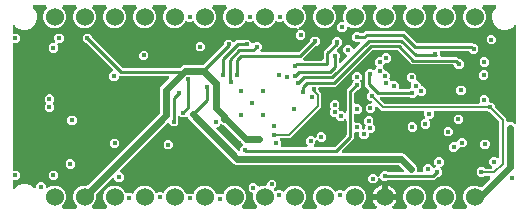
<source format=gbr>
G04 EAGLE Gerber RS-274X export*
G75*
%MOMM*%
%FSLAX34Y34*%
%LPD*%
%INCopper Layer 2*%
%IPPOS*%
%AMOC8*
5,1,8,0,0,1.08239X$1,22.5*%
G01*
%ADD10C,1.524000*%
%ADD11C,0.393200*%
%ADD12C,0.403200*%
%ADD13C,0.203200*%
%ADD14C,0.254000*%
%ADD15C,0.609600*%

G36*
X55506Y2594D02*
X55506Y2594D01*
X55535Y2592D01*
X55663Y2614D01*
X55792Y2631D01*
X55819Y2641D01*
X55848Y2646D01*
X55967Y2700D01*
X56088Y2748D01*
X56112Y2765D01*
X56138Y2777D01*
X56240Y2858D01*
X56345Y2934D01*
X56364Y2957D01*
X56387Y2976D01*
X56465Y3079D01*
X56548Y3179D01*
X56560Y3206D01*
X56578Y3230D01*
X56649Y3374D01*
X57064Y4377D01*
X57072Y4405D01*
X57085Y4431D01*
X57114Y4558D01*
X57148Y4683D01*
X57149Y4713D01*
X57155Y4742D01*
X57151Y4871D01*
X57153Y5001D01*
X57146Y5030D01*
X57145Y5060D01*
X57109Y5184D01*
X57079Y5311D01*
X57065Y5337D01*
X57057Y5365D01*
X56991Y5477D01*
X56930Y5592D01*
X56910Y5614D01*
X56896Y5639D01*
X56789Y5760D01*
X55317Y7232D01*
X53847Y10780D01*
X53847Y14620D01*
X55317Y18168D01*
X58032Y20883D01*
X61580Y22353D01*
X65442Y22353D01*
X65540Y22365D01*
X65639Y22368D01*
X65697Y22385D01*
X65757Y22393D01*
X65849Y22429D01*
X65944Y22457D01*
X65997Y22487D01*
X66053Y22510D01*
X66133Y22568D01*
X66218Y22618D01*
X66294Y22684D01*
X66310Y22696D01*
X66318Y22706D01*
X66339Y22724D01*
X127198Y83583D01*
X127258Y83661D01*
X127326Y83733D01*
X127355Y83786D01*
X127392Y83834D01*
X127432Y83925D01*
X127480Y84012D01*
X127495Y84070D01*
X127519Y84126D01*
X127534Y84224D01*
X127559Y84320D01*
X127565Y84420D01*
X127569Y84440D01*
X127567Y84452D01*
X127569Y84480D01*
X127569Y104625D01*
X128343Y106493D01*
X134863Y113013D01*
X134948Y113123D01*
X135037Y113230D01*
X135046Y113248D01*
X135058Y113264D01*
X135113Y113392D01*
X135172Y113517D01*
X135176Y113537D01*
X135184Y113556D01*
X135206Y113694D01*
X135232Y113830D01*
X135231Y113850D01*
X135234Y113870D01*
X135221Y114009D01*
X135212Y114147D01*
X135206Y114166D01*
X135204Y114187D01*
X135157Y114318D01*
X135114Y114450D01*
X135104Y114467D01*
X135097Y114486D01*
X135019Y114601D01*
X134944Y114718D01*
X134929Y114732D01*
X134918Y114749D01*
X134814Y114841D01*
X134713Y114936D01*
X134695Y114946D01*
X134680Y114960D01*
X134556Y115023D01*
X134434Y115090D01*
X134415Y115095D01*
X134396Y115104D01*
X134261Y115135D01*
X134126Y115169D01*
X134098Y115171D01*
X134086Y115174D01*
X134066Y115173D01*
X133966Y115180D01*
X93768Y115180D01*
X93650Y115165D01*
X93531Y115157D01*
X93493Y115145D01*
X93452Y115140D01*
X93342Y115096D01*
X93229Y115059D01*
X93194Y115038D01*
X93157Y115023D01*
X93061Y114953D01*
X92960Y114889D01*
X92932Y114860D01*
X92899Y114836D01*
X92823Y114744D01*
X92742Y114657D01*
X92722Y114622D01*
X92697Y114591D01*
X92646Y114483D01*
X92588Y114379D01*
X92578Y114340D01*
X92561Y114303D01*
X92539Y114186D01*
X92509Y114071D01*
X92505Y114011D01*
X92501Y113991D01*
X92503Y113970D01*
X92499Y113910D01*
X92499Y113344D01*
X90156Y111001D01*
X86844Y111001D01*
X84501Y113344D01*
X84501Y116656D01*
X87190Y119345D01*
X87263Y119439D01*
X87341Y119528D01*
X87360Y119564D01*
X87385Y119596D01*
X87432Y119705D01*
X87486Y119811D01*
X87495Y119851D01*
X87511Y119888D01*
X87530Y120006D01*
X87556Y120121D01*
X87554Y120162D01*
X87561Y120202D01*
X87550Y120320D01*
X87546Y120439D01*
X87535Y120478D01*
X87531Y120518D01*
X87491Y120631D01*
X87458Y120745D01*
X87437Y120780D01*
X87423Y120818D01*
X87356Y120916D01*
X87296Y121019D01*
X87256Y121064D01*
X87245Y121081D01*
X87229Y121094D01*
X87190Y121140D01*
X65700Y142630D01*
X65621Y142690D01*
X65549Y142758D01*
X65496Y142787D01*
X65448Y142824D01*
X65357Y142864D01*
X65271Y142912D01*
X65212Y142927D01*
X65157Y142951D01*
X65059Y142966D01*
X64963Y142991D01*
X64863Y142997D01*
X64842Y143001D01*
X64830Y142999D01*
X64802Y143001D01*
X64344Y143001D01*
X62001Y145344D01*
X62001Y148656D01*
X64344Y150999D01*
X67656Y150999D01*
X69999Y148656D01*
X69999Y148198D01*
X70011Y148100D01*
X70014Y148001D01*
X70031Y147942D01*
X70039Y147882D01*
X70075Y147790D01*
X70103Y147695D01*
X70133Y147643D01*
X70156Y147587D01*
X70214Y147507D01*
X70264Y147421D01*
X70330Y147346D01*
X70342Y147329D01*
X70352Y147321D01*
X70370Y147300D01*
X95514Y122157D01*
X95592Y122096D01*
X95664Y122028D01*
X95717Y121999D01*
X95765Y121962D01*
X95856Y121922D01*
X95943Y121875D01*
X96001Y121860D01*
X96057Y121835D01*
X96155Y121820D01*
X96251Y121795D01*
X96351Y121789D01*
X96371Y121786D01*
X96384Y121787D01*
X96412Y121785D01*
X143109Y121785D01*
X143208Y121797D01*
X143307Y121800D01*
X143365Y121817D01*
X143425Y121825D01*
X143517Y121861D01*
X143612Y121889D01*
X143664Y121920D01*
X143721Y121942D01*
X143801Y122000D01*
X143886Y122050D01*
X143962Y122117D01*
X143978Y122129D01*
X143986Y122138D01*
X144007Y122157D01*
X144096Y122245D01*
X144096Y122246D01*
X145703Y123853D01*
X147571Y124627D01*
X163803Y124627D01*
X163901Y124639D01*
X164000Y124642D01*
X164058Y124659D01*
X164118Y124667D01*
X164210Y124703D01*
X164305Y124731D01*
X164358Y124761D01*
X164414Y124784D01*
X164494Y124842D01*
X164579Y124892D01*
X164655Y124958D01*
X164671Y124970D01*
X164679Y124980D01*
X164700Y124998D01*
X181130Y141428D01*
X181190Y141506D01*
X181258Y141578D01*
X181287Y141631D01*
X181324Y141679D01*
X181364Y141770D01*
X181412Y141857D01*
X181427Y141915D01*
X181451Y141971D01*
X181466Y142069D01*
X181491Y142165D01*
X181497Y142265D01*
X181501Y142285D01*
X181499Y142297D01*
X181501Y142325D01*
X181501Y143656D01*
X183844Y145999D01*
X187156Y145999D01*
X188862Y144293D01*
X188956Y144220D01*
X189045Y144142D01*
X189081Y144123D01*
X189113Y144098D01*
X189222Y144051D01*
X189328Y143997D01*
X189368Y143988D01*
X189405Y143972D01*
X189523Y143953D01*
X189639Y143927D01*
X189679Y143929D01*
X189719Y143922D01*
X189838Y143933D01*
X189956Y143937D01*
X189995Y143948D01*
X190036Y143952D01*
X190148Y143992D01*
X190262Y144025D01*
X190297Y144046D01*
X190335Y144060D01*
X190433Y144127D01*
X190536Y144187D01*
X190581Y144227D01*
X190598Y144238D01*
X190611Y144253D01*
X190657Y144293D01*
X191666Y145303D01*
X198421Y145303D01*
X198520Y145315D01*
X198619Y145318D01*
X198677Y145335D01*
X198737Y145343D01*
X198829Y145379D01*
X198924Y145407D01*
X198976Y145437D01*
X199033Y145460D01*
X199113Y145518D01*
X199198Y145568D01*
X199274Y145634D01*
X199290Y145646D01*
X199298Y145656D01*
X199319Y145674D01*
X199643Y145999D01*
X202956Y145999D01*
X205529Y143425D01*
X205623Y143352D01*
X205713Y143274D01*
X205749Y143255D01*
X205781Y143230D01*
X205890Y143183D01*
X205996Y143129D01*
X206035Y143120D01*
X206072Y143104D01*
X206190Y143085D01*
X206306Y143059D01*
X206346Y143061D01*
X206386Y143054D01*
X206505Y143065D01*
X206624Y143069D01*
X206663Y143080D01*
X206703Y143084D01*
X206815Y143124D01*
X206929Y143157D01*
X206964Y143178D01*
X207002Y143192D01*
X207101Y143258D01*
X207203Y143319D01*
X207249Y143359D01*
X207266Y143370D01*
X207279Y143385D01*
X207324Y143425D01*
X207844Y143945D01*
X211156Y143945D01*
X213499Y141602D01*
X213499Y138290D01*
X212839Y137629D01*
X212754Y137520D01*
X212665Y137413D01*
X212656Y137394D01*
X212644Y137378D01*
X212588Y137251D01*
X212529Y137125D01*
X212525Y137105D01*
X212517Y137086D01*
X212495Y136948D01*
X212469Y136812D01*
X212471Y136792D01*
X212467Y136772D01*
X212480Y136633D01*
X212489Y136495D01*
X212495Y136476D01*
X212497Y136456D01*
X212544Y136324D01*
X212587Y136193D01*
X212598Y136175D01*
X212605Y136156D01*
X212683Y136041D01*
X212757Y135924D01*
X212772Y135910D01*
X212783Y135893D01*
X212887Y135801D01*
X212989Y135706D01*
X213007Y135696D01*
X213022Y135683D01*
X213146Y135620D01*
X213267Y135552D01*
X213287Y135547D01*
X213305Y135538D01*
X213441Y135508D01*
X213575Y135473D01*
X213603Y135471D01*
X213615Y135468D01*
X213636Y135469D01*
X213736Y135463D01*
X244266Y135463D01*
X244364Y135475D01*
X244463Y135478D01*
X244522Y135495D01*
X244582Y135503D01*
X244674Y135539D01*
X244769Y135567D01*
X244821Y135597D01*
X244877Y135620D01*
X244957Y135678D01*
X245043Y135728D01*
X245118Y135794D01*
X245135Y135806D01*
X245143Y135816D01*
X245164Y135834D01*
X254155Y144825D01*
X254215Y144904D01*
X254283Y144976D01*
X254312Y145029D01*
X254350Y145077D01*
X254389Y145168D01*
X254437Y145254D01*
X254452Y145313D01*
X254476Y145369D01*
X254492Y145467D01*
X254516Y145562D01*
X254523Y145662D01*
X254526Y145683D01*
X254525Y145695D01*
X254526Y145723D01*
X254526Y146182D01*
X256869Y148524D01*
X260182Y148524D01*
X262524Y146182D01*
X262524Y142869D01*
X260182Y140526D01*
X259723Y140526D01*
X259625Y140514D01*
X259526Y140511D01*
X259468Y140494D01*
X259407Y140487D01*
X259315Y140450D01*
X259220Y140423D01*
X259168Y140392D01*
X259112Y140370D01*
X259032Y140311D01*
X258946Y140261D01*
X258871Y140195D01*
X258854Y140183D01*
X258847Y140173D01*
X258825Y140155D01*
X249031Y130360D01*
X248946Y130251D01*
X248857Y130144D01*
X248849Y130125D01*
X248836Y130109D01*
X248781Y129981D01*
X248722Y129856D01*
X248718Y129836D01*
X248710Y129817D01*
X248688Y129679D01*
X248662Y129543D01*
X248663Y129523D01*
X248660Y129503D01*
X248673Y129364D01*
X248682Y129226D01*
X248688Y129207D01*
X248690Y129187D01*
X248737Y129055D01*
X248780Y128924D01*
X248791Y128906D01*
X248798Y128887D01*
X248876Y128772D01*
X248950Y128655D01*
X248965Y128641D01*
X248976Y128624D01*
X249080Y128532D01*
X249182Y128437D01*
X249199Y128427D01*
X249215Y128414D01*
X249339Y128350D01*
X249460Y128283D01*
X249480Y128278D01*
X249498Y128269D01*
X249634Y128239D01*
X249768Y128204D01*
X249796Y128202D01*
X249808Y128199D01*
X249829Y128200D01*
X249929Y128194D01*
X264581Y128194D01*
X264699Y128209D01*
X264818Y128216D01*
X264856Y128229D01*
X264896Y128234D01*
X265007Y128277D01*
X265120Y128314D01*
X265154Y128336D01*
X265192Y128351D01*
X265288Y128420D01*
X265389Y128484D01*
X265417Y128514D01*
X265449Y128537D01*
X265525Y128629D01*
X265607Y128716D01*
X265626Y128751D01*
X265652Y128782D01*
X265703Y128890D01*
X265760Y128994D01*
X265771Y129034D01*
X265788Y129070D01*
X265810Y129187D01*
X265840Y129302D01*
X265844Y129362D01*
X265848Y129382D01*
X265846Y129403D01*
X265850Y129463D01*
X265850Y134472D01*
X265850Y135821D01*
X267422Y137393D01*
X272668Y142639D01*
X272729Y142717D01*
X272797Y142790D01*
X272826Y142843D01*
X272863Y142890D01*
X272903Y142981D01*
X272950Y143068D01*
X272966Y143127D01*
X272990Y143182D01*
X273005Y143280D01*
X273030Y143376D01*
X273036Y143476D01*
X273039Y143496D01*
X273038Y143509D01*
X273040Y143537D01*
X273040Y145409D01*
X275412Y147781D01*
X278766Y147781D01*
X281138Y145409D01*
X281138Y142055D01*
X280764Y141681D01*
X280703Y141603D01*
X280635Y141531D01*
X280606Y141478D01*
X280569Y141430D01*
X280530Y141339D01*
X280482Y141252D01*
X280467Y141194D01*
X280443Y141138D01*
X280430Y141059D01*
X279434Y140063D01*
X278090Y138718D01*
X278086Y138715D01*
X277306Y137935D01*
X277233Y137841D01*
X277154Y137752D01*
X277136Y137716D01*
X277111Y137684D01*
X277064Y137575D01*
X277010Y137469D01*
X277001Y137429D01*
X276985Y137392D01*
X276966Y137275D01*
X276940Y137159D01*
X276941Y137118D01*
X276935Y137078D01*
X276946Y136960D01*
X276950Y136841D01*
X276961Y136802D01*
X276965Y136762D01*
X277005Y136649D01*
X277038Y136535D01*
X277059Y136500D01*
X277072Y136462D01*
X277139Y136364D01*
X277200Y136261D01*
X277240Y136216D01*
X277251Y136199D01*
X277266Y136186D01*
X277306Y136140D01*
X279520Y133927D01*
X279520Y130573D01*
X279145Y130199D01*
X279085Y130120D01*
X279017Y130048D01*
X278988Y129995D01*
X278950Y129947D01*
X278911Y129856D01*
X278863Y129770D01*
X278848Y129711D01*
X278824Y129656D01*
X278808Y129558D01*
X278784Y129462D01*
X278777Y129362D01*
X278774Y129341D01*
X278775Y129329D01*
X278774Y129301D01*
X278774Y127509D01*
X278791Y127371D01*
X278804Y127232D01*
X278811Y127213D01*
X278813Y127193D01*
X278864Y127064D01*
X278912Y126933D01*
X278923Y126916D01*
X278930Y126897D01*
X279012Y126785D01*
X279090Y126670D01*
X279105Y126656D01*
X279117Y126640D01*
X279225Y126551D01*
X279329Y126459D01*
X279347Y126450D01*
X279362Y126437D01*
X279488Y126378D01*
X279612Y126315D01*
X279632Y126310D01*
X279650Y126302D01*
X279786Y126276D01*
X279922Y126245D01*
X279942Y126246D01*
X279962Y126242D01*
X280101Y126250D01*
X280240Y126255D01*
X280260Y126260D01*
X280280Y126262D01*
X280412Y126304D01*
X280546Y126343D01*
X280563Y126353D01*
X280582Y126360D01*
X280700Y126434D01*
X280819Y126505D01*
X280841Y126523D01*
X280851Y126530D01*
X280865Y126545D01*
X280940Y126611D01*
X285614Y131285D01*
X285699Y131394D01*
X285788Y131501D01*
X285796Y131520D01*
X285809Y131536D01*
X285864Y131664D01*
X285923Y131789D01*
X285927Y131809D01*
X285935Y131828D01*
X285957Y131966D01*
X285983Y132102D01*
X285982Y132122D01*
X285985Y132142D01*
X285972Y132281D01*
X285963Y132419D01*
X285957Y132438D01*
X285955Y132458D01*
X285908Y132590D01*
X285865Y132721D01*
X285854Y132739D01*
X285847Y132758D01*
X285769Y132873D01*
X285695Y132990D01*
X285680Y133004D01*
X285669Y133021D01*
X285565Y133113D01*
X285463Y133208D01*
X285446Y133218D01*
X285430Y133231D01*
X285307Y133294D01*
X285185Y133362D01*
X285165Y133367D01*
X285147Y133376D01*
X285011Y133406D01*
X284877Y133441D01*
X284849Y133443D01*
X284837Y133446D01*
X284829Y133445D01*
X282451Y135823D01*
X282451Y139177D01*
X284823Y141549D01*
X288177Y141549D01*
X290564Y139162D01*
X290566Y139146D01*
X290579Y139007D01*
X290586Y138988D01*
X290589Y138968D01*
X290640Y138839D01*
X290687Y138708D01*
X290698Y138691D01*
X290706Y138673D01*
X290787Y138560D01*
X290865Y138445D01*
X290881Y138432D01*
X290892Y138415D01*
X291000Y138326D01*
X291104Y138234D01*
X291122Y138225D01*
X291137Y138212D01*
X291263Y138153D01*
X291387Y138090D01*
X291407Y138085D01*
X291425Y138077D01*
X291561Y138051D01*
X291697Y138020D01*
X291718Y138021D01*
X291737Y138017D01*
X291876Y138026D01*
X292015Y138030D01*
X292035Y138036D01*
X292055Y138037D01*
X292187Y138080D01*
X292321Y138118D01*
X292338Y138129D01*
X292357Y138135D01*
X292475Y138209D01*
X292595Y138280D01*
X292616Y138298D01*
X292626Y138305D01*
X292640Y138320D01*
X292715Y138386D01*
X296236Y141907D01*
X296321Y142016D01*
X296410Y142123D01*
X296418Y142142D01*
X296431Y142158D01*
X296486Y142286D01*
X296545Y142411D01*
X296549Y142431D01*
X296557Y142450D01*
X296579Y142588D01*
X296605Y142724D01*
X296604Y142744D01*
X296607Y142764D01*
X296594Y142903D01*
X296585Y143041D01*
X296579Y143060D01*
X296577Y143080D01*
X296530Y143212D01*
X296487Y143343D01*
X296476Y143361D01*
X296469Y143380D01*
X296391Y143495D01*
X296317Y143612D01*
X296302Y143626D01*
X296291Y143643D01*
X296187Y143735D01*
X296085Y143830D01*
X296068Y143840D01*
X296052Y143853D01*
X295929Y143916D01*
X295807Y143984D01*
X295787Y143989D01*
X295769Y143998D01*
X295633Y144028D01*
X295499Y144063D01*
X295471Y144065D01*
X295459Y144068D01*
X295438Y144067D01*
X295338Y144073D01*
X292344Y144073D01*
X290001Y146416D01*
X290001Y149728D01*
X292344Y152071D01*
X295656Y152071D01*
X295981Y151746D01*
X296059Y151686D01*
X296131Y151618D01*
X296184Y151589D01*
X296232Y151552D01*
X296323Y151512D01*
X296409Y151464D01*
X296468Y151449D01*
X296524Y151425D01*
X296622Y151410D01*
X296717Y151385D01*
X296817Y151379D01*
X296838Y151375D01*
X296850Y151377D01*
X296878Y151375D01*
X298678Y151375D01*
X298776Y151387D01*
X298875Y151390D01*
X298934Y151407D01*
X298994Y151415D01*
X299086Y151451D01*
X299181Y151479D01*
X299233Y151509D01*
X299289Y151532D01*
X299369Y151590D01*
X299455Y151640D01*
X299530Y151706D01*
X299547Y151718D01*
X299555Y151728D01*
X299576Y151746D01*
X300704Y152875D01*
X334762Y152875D01*
X337068Y150569D01*
X337068Y150568D01*
X343962Y143674D01*
X344040Y143614D01*
X344112Y143546D01*
X344165Y143517D01*
X344213Y143480D01*
X344304Y143440D01*
X344391Y143392D01*
X344450Y143377D01*
X344505Y143353D01*
X344603Y143338D01*
X344699Y143313D01*
X344799Y143307D01*
X344819Y143303D01*
X344832Y143305D01*
X344860Y143303D01*
X392368Y143303D01*
X393300Y142370D01*
X393378Y142310D01*
X393451Y142242D01*
X393504Y142213D01*
X393552Y142176D01*
X393642Y142136D01*
X393729Y142088D01*
X393788Y142073D01*
X393843Y142049D01*
X393941Y142034D01*
X394037Y142009D01*
X394137Y142003D01*
X394157Y141999D01*
X394170Y142001D01*
X394198Y141999D01*
X394656Y141999D01*
X396999Y139656D01*
X396999Y136344D01*
X394656Y134001D01*
X391344Y134001D01*
X389019Y136326D01*
X388941Y136386D01*
X388869Y136454D01*
X388816Y136483D01*
X388768Y136520D01*
X388677Y136560D01*
X388591Y136608D01*
X388532Y136623D01*
X388476Y136647D01*
X388378Y136662D01*
X388283Y136687D01*
X388183Y136693D01*
X388162Y136697D01*
X388150Y136695D01*
X388122Y136697D01*
X365894Y136697D01*
X365776Y136682D01*
X365657Y136675D01*
X365619Y136662D01*
X365579Y136657D01*
X365468Y136614D01*
X365355Y136577D01*
X365321Y136555D01*
X365283Y136540D01*
X365187Y136471D01*
X365086Y136407D01*
X365058Y136377D01*
X365026Y136354D01*
X364950Y136262D01*
X364868Y136175D01*
X364849Y136140D01*
X364823Y136109D01*
X364772Y136001D01*
X364715Y135897D01*
X364705Y135857D01*
X364687Y135821D01*
X364665Y135704D01*
X364635Y135589D01*
X364631Y135529D01*
X364628Y135509D01*
X364629Y135488D01*
X364625Y135428D01*
X364625Y132732D01*
X364640Y132614D01*
X364647Y132495D01*
X364660Y132457D01*
X364665Y132416D01*
X364709Y132306D01*
X364745Y132193D01*
X364767Y132158D01*
X364782Y132121D01*
X364852Y132025D01*
X364916Y131924D01*
X364945Y131896D01*
X364969Y131863D01*
X365060Y131787D01*
X365147Y131706D01*
X365183Y131686D01*
X365214Y131661D01*
X365321Y131610D01*
X365426Y131552D01*
X365465Y131542D01*
X365501Y131525D01*
X365618Y131503D01*
X365734Y131473D01*
X365794Y131469D01*
X365814Y131465D01*
X365834Y131467D01*
X365894Y131463D01*
X378969Y131463D01*
X380631Y129801D01*
X380709Y129740D01*
X380781Y129672D01*
X380834Y129643D01*
X380882Y129606D01*
X380973Y129566D01*
X381059Y129519D01*
X381118Y129504D01*
X381174Y129479D01*
X381272Y129464D01*
X381367Y129439D01*
X381467Y129433D01*
X381488Y129430D01*
X381500Y129431D01*
X381528Y129429D01*
X382057Y129429D01*
X384429Y127057D01*
X384429Y123703D01*
X382057Y121332D01*
X378703Y121332D01*
X376316Y123719D01*
X376309Y123825D01*
X376297Y123863D01*
X376292Y123904D01*
X376248Y124014D01*
X376211Y124127D01*
X376190Y124162D01*
X376175Y124199D01*
X376105Y124295D01*
X376041Y124396D01*
X376012Y124424D01*
X375988Y124457D01*
X375896Y124533D01*
X375809Y124614D01*
X375774Y124634D01*
X375743Y124659D01*
X375635Y124710D01*
X375531Y124768D01*
X375492Y124778D01*
X375455Y124795D01*
X375338Y124817D01*
X375223Y124847D01*
X375163Y124851D01*
X375143Y124855D01*
X375122Y124853D01*
X375062Y124857D01*
X340506Y124857D01*
X328610Y136754D01*
X328532Y136814D01*
X328460Y136882D01*
X328407Y136911D01*
X328359Y136948D01*
X328268Y136988D01*
X328181Y137036D01*
X328122Y137051D01*
X328067Y137075D01*
X327969Y137090D01*
X327873Y137115D01*
X327773Y137121D01*
X327753Y137125D01*
X327740Y137123D01*
X327712Y137125D01*
X307788Y137125D01*
X307689Y137113D01*
X307590Y137110D01*
X307532Y137093D01*
X307472Y137085D01*
X307380Y137049D01*
X307285Y137021D01*
X307233Y136991D01*
X307176Y136968D01*
X307096Y136910D01*
X307011Y136860D01*
X306936Y136794D01*
X306919Y136782D01*
X306911Y136772D01*
X306890Y136754D01*
X276066Y105929D01*
X262818Y105929D01*
X262700Y105914D01*
X262581Y105907D01*
X262543Y105894D01*
X262502Y105889D01*
X262392Y105846D01*
X262279Y105809D01*
X262244Y105787D01*
X262207Y105772D01*
X262111Y105703D01*
X262010Y105639D01*
X261982Y105609D01*
X261949Y105586D01*
X261873Y105494D01*
X261792Y105407D01*
X261772Y105372D01*
X261747Y105341D01*
X261696Y105233D01*
X261638Y105129D01*
X261628Y105089D01*
X261611Y105053D01*
X261589Y104936D01*
X261559Y104821D01*
X261555Y104761D01*
X261551Y104741D01*
X261553Y104720D01*
X261549Y104660D01*
X261549Y103379D01*
X261561Y103281D01*
X261564Y103182D01*
X261581Y103124D01*
X261589Y103064D01*
X261625Y102972D01*
X261653Y102877D01*
X261683Y102825D01*
X261706Y102768D01*
X261764Y102688D01*
X261814Y102603D01*
X261880Y102527D01*
X261892Y102511D01*
X261902Y102503D01*
X261920Y102482D01*
X264063Y100340D01*
X264063Y88751D01*
X237763Y62451D01*
X229960Y62451D01*
X229822Y62434D01*
X229684Y62421D01*
X229665Y62414D01*
X229644Y62411D01*
X229515Y62360D01*
X229384Y62313D01*
X229368Y62302D01*
X229349Y62294D01*
X229237Y62213D01*
X229121Y62135D01*
X229108Y62119D01*
X229091Y62108D01*
X229003Y62000D01*
X228911Y61896D01*
X228902Y61878D01*
X228889Y61863D01*
X228829Y61737D01*
X228766Y61613D01*
X228762Y61593D01*
X228753Y61575D01*
X228727Y61438D01*
X228697Y61303D01*
X228697Y61282D01*
X228693Y61263D01*
X228702Y61124D01*
X228706Y60985D01*
X228712Y60965D01*
X228713Y60945D01*
X228756Y60813D01*
X228795Y60679D01*
X228805Y60662D01*
X228811Y60643D01*
X228885Y60525D01*
X228956Y60405D01*
X228975Y60384D01*
X228981Y60374D01*
X228996Y60360D01*
X229063Y60285D01*
X229499Y59848D01*
X229499Y56272D01*
X229514Y56154D01*
X229521Y56035D01*
X229534Y55997D01*
X229539Y55956D01*
X229582Y55846D01*
X229619Y55733D01*
X229641Y55698D01*
X229656Y55661D01*
X229725Y55565D01*
X229789Y55464D01*
X229819Y55436D01*
X229842Y55403D01*
X229934Y55327D01*
X230021Y55246D01*
X230056Y55226D01*
X230087Y55201D01*
X230195Y55150D01*
X230299Y55092D01*
X230339Y55082D01*
X230375Y55065D01*
X230492Y55043D01*
X230607Y55013D01*
X230667Y55009D01*
X230687Y55005D01*
X230708Y55007D01*
X230768Y55003D01*
X251278Y55003D01*
X251416Y55020D01*
X251554Y55033D01*
X251573Y55040D01*
X251594Y55043D01*
X251723Y55094D01*
X251854Y55141D01*
X251870Y55152D01*
X251889Y55160D01*
X252002Y55241D01*
X252117Y55319D01*
X252130Y55335D01*
X252147Y55346D01*
X252235Y55454D01*
X252327Y55558D01*
X252336Y55576D01*
X252349Y55591D01*
X252409Y55717D01*
X252472Y55841D01*
X252476Y55861D01*
X252485Y55879D01*
X252511Y56016D01*
X252541Y56151D01*
X252541Y56172D01*
X252545Y56191D01*
X252536Y56330D01*
X252532Y56469D01*
X252526Y56489D01*
X252525Y56509D01*
X252482Y56641D01*
X252443Y56775D01*
X252433Y56792D01*
X252427Y56811D01*
X252352Y56929D01*
X252282Y57049D01*
X252263Y57070D01*
X252257Y57080D01*
X252242Y57094D01*
X252175Y57169D01*
X251001Y58344D01*
X251001Y61656D01*
X253344Y63999D01*
X256656Y63999D01*
X257835Y62821D01*
X257944Y62735D01*
X258051Y62647D01*
X258070Y62638D01*
X258086Y62626D01*
X258214Y62570D01*
X258339Y62511D01*
X258359Y62507D01*
X258378Y62499D01*
X258516Y62477D01*
X258652Y62451D01*
X258672Y62453D01*
X258692Y62449D01*
X258831Y62462D01*
X258969Y62471D01*
X258988Y62477D01*
X259008Y62479D01*
X259140Y62526D01*
X259271Y62569D01*
X259289Y62580D01*
X259308Y62587D01*
X259423Y62665D01*
X259540Y62739D01*
X259554Y62754D01*
X259571Y62765D01*
X259663Y62870D01*
X259758Y62971D01*
X259768Y62989D01*
X259781Y63004D01*
X259845Y63128D01*
X259912Y63249D01*
X259917Y63269D01*
X259926Y63287D01*
X259956Y63423D01*
X259991Y63557D01*
X259993Y63585D01*
X259996Y63597D01*
X259995Y63618D01*
X260001Y63718D01*
X260001Y65156D01*
X262344Y67499D01*
X265656Y67499D01*
X267999Y65156D01*
X267999Y61844D01*
X265656Y59501D01*
X262344Y59501D01*
X261165Y60679D01*
X261056Y60765D01*
X260949Y60853D01*
X260930Y60862D01*
X260914Y60874D01*
X260786Y60930D01*
X260661Y60989D01*
X260641Y60993D01*
X260622Y61001D01*
X260484Y61023D01*
X260348Y61049D01*
X260328Y61047D01*
X260308Y61051D01*
X260169Y61038D01*
X260031Y61029D01*
X260012Y61023D01*
X259992Y61021D01*
X259860Y60974D01*
X259729Y60931D01*
X259711Y60920D01*
X259692Y60913D01*
X259577Y60835D01*
X259460Y60761D01*
X259446Y60746D01*
X259429Y60735D01*
X259337Y60630D01*
X259242Y60529D01*
X259232Y60511D01*
X259219Y60496D01*
X259155Y60372D01*
X259088Y60251D01*
X259083Y60231D01*
X259074Y60213D01*
X259044Y60077D01*
X259009Y59943D01*
X259007Y59915D01*
X259004Y59903D01*
X259005Y59882D01*
X258999Y59782D01*
X258999Y58344D01*
X257825Y57169D01*
X257739Y57060D01*
X257651Y56953D01*
X257642Y56934D01*
X257630Y56918D01*
X257574Y56790D01*
X257515Y56665D01*
X257511Y56645D01*
X257503Y56626D01*
X257481Y56488D01*
X257455Y56352D01*
X257457Y56332D01*
X257453Y56312D01*
X257466Y56173D01*
X257475Y56035D01*
X257481Y56016D01*
X257483Y55996D01*
X257530Y55864D01*
X257573Y55733D01*
X257584Y55715D01*
X257591Y55696D01*
X257669Y55581D01*
X257743Y55464D01*
X257758Y55450D01*
X257769Y55433D01*
X257874Y55341D01*
X257975Y55246D01*
X257993Y55236D01*
X258008Y55223D01*
X258132Y55159D01*
X258253Y55092D01*
X258273Y55087D01*
X258291Y55078D01*
X258427Y55048D01*
X258561Y55013D01*
X258589Y55011D01*
X258601Y55008D01*
X258622Y55009D01*
X258722Y55003D01*
X274706Y55003D01*
X274804Y55015D01*
X274903Y55018D01*
X274962Y55035D01*
X275022Y55043D01*
X275114Y55079D01*
X275209Y55107D01*
X275261Y55137D01*
X275317Y55160D01*
X275397Y55218D01*
X275483Y55268D01*
X275558Y55334D01*
X275575Y55346D01*
X275583Y55356D01*
X275604Y55374D01*
X284926Y64696D01*
X284986Y64775D01*
X285054Y64847D01*
X285083Y64900D01*
X285120Y64948D01*
X285160Y65039D01*
X285208Y65125D01*
X285223Y65184D01*
X285247Y65239D01*
X285262Y65337D01*
X285287Y65433D01*
X285293Y65533D01*
X285297Y65554D01*
X285295Y65566D01*
X285297Y65594D01*
X285297Y77207D01*
X285280Y77345D01*
X285267Y77484D01*
X285260Y77503D01*
X285257Y77523D01*
X285206Y77652D01*
X285159Y77783D01*
X285148Y77800D01*
X285140Y77818D01*
X285059Y77931D01*
X284981Y78046D01*
X284965Y78059D01*
X284954Y78076D01*
X284846Y78165D01*
X284742Y78257D01*
X284724Y78266D01*
X284709Y78279D01*
X284583Y78338D01*
X284459Y78401D01*
X284439Y78406D01*
X284421Y78414D01*
X284284Y78440D01*
X284149Y78471D01*
X284128Y78470D01*
X284109Y78474D01*
X283970Y78465D01*
X283831Y78461D01*
X283811Y78455D01*
X283791Y78454D01*
X283659Y78411D01*
X283525Y78373D01*
X283508Y78362D01*
X283489Y78356D01*
X283371Y78282D01*
X283251Y78211D01*
X283230Y78193D01*
X283220Y78186D01*
X283206Y78171D01*
X283131Y78105D01*
X282277Y77251D01*
X278923Y77251D01*
X276313Y79862D01*
X276234Y79922D01*
X276162Y79990D01*
X276109Y80019D01*
X276061Y80056D01*
X275970Y80096D01*
X275884Y80144D01*
X275825Y80159D01*
X275770Y80183D01*
X275672Y80198D01*
X275576Y80223D01*
X275476Y80229D01*
X275455Y80233D01*
X275443Y80231D01*
X275415Y80233D01*
X273553Y80233D01*
X271181Y82605D01*
X271181Y85959D01*
X271692Y86469D01*
X271765Y86563D01*
X271844Y86653D01*
X271862Y86689D01*
X271887Y86721D01*
X271934Y86830D01*
X271988Y86936D01*
X271997Y86975D01*
X272013Y87013D01*
X272032Y87130D01*
X272058Y87246D01*
X272057Y87287D01*
X272063Y87327D01*
X272052Y87445D01*
X272048Y87564D01*
X272037Y87603D01*
X272033Y87643D01*
X271993Y87755D01*
X271960Y87870D01*
X271939Y87905D01*
X271925Y87943D01*
X271859Y88041D01*
X271798Y88144D01*
X271758Y88189D01*
X271747Y88206D01*
X271732Y88219D01*
X271692Y88264D01*
X271233Y88723D01*
X271233Y92077D01*
X273605Y94449D01*
X276959Y94449D01*
X279331Y92077D01*
X279331Y88723D01*
X278820Y88213D01*
X278747Y88118D01*
X278669Y88029D01*
X278650Y87993D01*
X278625Y87961D01*
X278578Y87852D01*
X278524Y87746D01*
X278515Y87707D01*
X278499Y87669D01*
X278480Y87552D01*
X278454Y87436D01*
X278456Y87395D01*
X278449Y87355D01*
X278460Y87237D01*
X278464Y87118D01*
X278475Y87079D01*
X278479Y87039D01*
X278519Y86926D01*
X278552Y86812D01*
X278573Y86778D01*
X278587Y86739D01*
X278653Y86641D01*
X278714Y86538D01*
X278754Y86493D01*
X278765Y86476D01*
X278780Y86463D01*
X278820Y86418D01*
X279517Y85720D01*
X279596Y85660D01*
X279668Y85592D01*
X279721Y85563D01*
X279769Y85526D01*
X279860Y85486D01*
X279946Y85438D01*
X280005Y85423D01*
X280060Y85399D01*
X280158Y85384D01*
X280254Y85359D01*
X280354Y85353D01*
X280375Y85349D01*
X280387Y85351D01*
X280415Y85349D01*
X282277Y85349D01*
X283131Y84495D01*
X283240Y84410D01*
X283347Y84321D01*
X283366Y84313D01*
X283382Y84300D01*
X283509Y84245D01*
X283635Y84186D01*
X283655Y84182D01*
X283674Y84174D01*
X283812Y84152D01*
X283948Y84126D01*
X283968Y84127D01*
X283988Y84124D01*
X284127Y84137D01*
X284265Y84146D01*
X284284Y84152D01*
X284304Y84154D01*
X284436Y84201D01*
X284567Y84244D01*
X284585Y84255D01*
X284604Y84262D01*
X284719Y84340D01*
X284836Y84414D01*
X284850Y84429D01*
X284867Y84440D01*
X284959Y84544D01*
X285054Y84646D01*
X285064Y84663D01*
X285077Y84679D01*
X285140Y84802D01*
X285208Y84924D01*
X285213Y84944D01*
X285222Y84962D01*
X285252Y85098D01*
X285287Y85232D01*
X285289Y85260D01*
X285292Y85272D01*
X285291Y85293D01*
X285297Y85393D01*
X285297Y103592D01*
X289517Y107812D01*
X289578Y107891D01*
X289646Y107963D01*
X289675Y108016D01*
X289712Y108064D01*
X289752Y108155D01*
X289799Y108241D01*
X289815Y108300D01*
X289839Y108356D01*
X289854Y108453D01*
X289879Y108549D01*
X289885Y108649D01*
X289889Y108670D01*
X289887Y108682D01*
X289889Y108710D01*
X289889Y109239D01*
X290865Y110215D01*
X290938Y110309D01*
X291016Y110398D01*
X291035Y110434D01*
X291060Y110466D01*
X291107Y110575D01*
X291161Y110681D01*
X291170Y110721D01*
X291186Y110758D01*
X291205Y110875D01*
X291231Y110991D01*
X291229Y111032D01*
X291236Y111072D01*
X291225Y111190D01*
X291221Y111309D01*
X291210Y111348D01*
X291206Y111388D01*
X291166Y111501D01*
X291133Y111615D01*
X291112Y111650D01*
X291098Y111688D01*
X291032Y111786D01*
X290971Y111889D01*
X290931Y111934D01*
X290920Y111951D01*
X290905Y111964D01*
X290865Y112010D01*
X290151Y112723D01*
X290151Y116077D01*
X292523Y118449D01*
X295877Y118449D01*
X298249Y116077D01*
X298249Y112723D01*
X297273Y111747D01*
X297200Y111653D01*
X297122Y111564D01*
X297103Y111528D01*
X297078Y111496D01*
X297031Y111387D01*
X296977Y111281D01*
X296968Y111242D01*
X296952Y111204D01*
X296933Y111086D01*
X296907Y110971D01*
X296908Y110930D01*
X296902Y110890D01*
X296913Y110772D01*
X296917Y110653D01*
X296928Y110614D01*
X296932Y110574D01*
X296972Y110462D01*
X297005Y110347D01*
X297026Y110312D01*
X297040Y110274D01*
X297106Y110176D01*
X297167Y110073D01*
X297207Y110028D01*
X297218Y110011D01*
X297233Y109998D01*
X297273Y109952D01*
X297987Y109239D01*
X297987Y105885D01*
X295615Y103513D01*
X295086Y103513D01*
X294988Y103501D01*
X294888Y103498D01*
X294830Y103481D01*
X294770Y103474D01*
X294678Y103437D01*
X294583Y103410D01*
X294531Y103379D01*
X294474Y103356D01*
X294394Y103298D01*
X294309Y103248D01*
X294234Y103182D01*
X294217Y103170D01*
X294209Y103160D01*
X294188Y103142D01*
X292274Y101228D01*
X292214Y101150D01*
X292146Y101078D01*
X292117Y101025D01*
X292080Y100977D01*
X292040Y100886D01*
X291992Y100799D01*
X291978Y100743D01*
X291965Y100716D01*
X291964Y100709D01*
X291953Y100685D01*
X291938Y100587D01*
X291913Y100491D01*
X291908Y100420D01*
X291905Y100403D01*
X291906Y100389D01*
X291903Y100371D01*
X291905Y100358D01*
X291903Y100330D01*
X291903Y92618D01*
X291918Y92500D01*
X291925Y92381D01*
X291938Y92343D01*
X291943Y92302D01*
X291986Y92192D01*
X292023Y92079D01*
X292045Y92044D01*
X292060Y92007D01*
X292129Y91911D01*
X292193Y91810D01*
X292223Y91782D01*
X292246Y91749D01*
X292338Y91673D01*
X292425Y91592D01*
X292460Y91572D01*
X292491Y91547D01*
X292599Y91496D01*
X292703Y91438D01*
X292743Y91428D01*
X292779Y91411D01*
X292896Y91389D01*
X293011Y91359D01*
X293071Y91355D01*
X293091Y91351D01*
X293112Y91353D01*
X293172Y91349D01*
X295777Y91349D01*
X298149Y88977D01*
X298149Y85623D01*
X295777Y83251D01*
X293172Y83251D01*
X293054Y83236D01*
X292935Y83229D01*
X292897Y83216D01*
X292856Y83211D01*
X292746Y83168D01*
X292633Y83131D01*
X292598Y83109D01*
X292561Y83094D01*
X292465Y83025D01*
X292364Y82961D01*
X292336Y82931D01*
X292303Y82908D01*
X292227Y82816D01*
X292146Y82729D01*
X292126Y82694D01*
X292101Y82663D01*
X292050Y82555D01*
X291992Y82451D01*
X291982Y82411D01*
X291965Y82375D01*
X291943Y82258D01*
X291913Y82143D01*
X291909Y82083D01*
X291905Y82063D01*
X291907Y82042D01*
X291903Y81982D01*
X291903Y76918D01*
X291918Y76800D01*
X291925Y76681D01*
X291938Y76643D01*
X291943Y76602D01*
X291987Y76491D01*
X292023Y76379D01*
X292045Y76344D01*
X292060Y76307D01*
X292129Y76211D01*
X292193Y76110D01*
X292223Y76082D01*
X292246Y76049D01*
X292338Y75973D01*
X292425Y75892D01*
X292460Y75872D01*
X292491Y75847D01*
X292599Y75796D01*
X292703Y75738D01*
X292743Y75728D01*
X292779Y75711D01*
X292896Y75689D01*
X293011Y75659D01*
X293071Y75655D01*
X293091Y75651D01*
X293112Y75653D01*
X293172Y75649D01*
X295677Y75649D01*
X298049Y73277D01*
X298049Y71018D01*
X298064Y70900D01*
X298071Y70781D01*
X298084Y70743D01*
X298089Y70702D01*
X298132Y70592D01*
X298169Y70479D01*
X298191Y70444D01*
X298206Y70407D01*
X298275Y70311D01*
X298339Y70210D01*
X298369Y70182D01*
X298392Y70149D01*
X298484Y70073D01*
X298571Y69992D01*
X298606Y69972D01*
X298637Y69947D01*
X298745Y69896D01*
X298849Y69838D01*
X298889Y69828D01*
X298925Y69811D01*
X299042Y69789D01*
X299157Y69759D01*
X299217Y69755D01*
X299237Y69751D01*
X299258Y69753D01*
X299318Y69749D01*
X300100Y69749D01*
X300218Y69764D01*
X300337Y69771D01*
X300375Y69784D01*
X300416Y69789D01*
X300526Y69832D01*
X300639Y69869D01*
X300674Y69891D01*
X300711Y69906D01*
X300807Y69975D01*
X300908Y70039D01*
X300936Y70069D01*
X300969Y70092D01*
X301045Y70184D01*
X301126Y70271D01*
X301146Y70306D01*
X301171Y70337D01*
X301222Y70445D01*
X301280Y70549D01*
X301290Y70589D01*
X301307Y70625D01*
X301329Y70742D01*
X301359Y70857D01*
X301363Y70917D01*
X301367Y70937D01*
X301365Y70958D01*
X301369Y71018D01*
X301369Y72794D01*
X301370Y72796D01*
X301424Y72902D01*
X301433Y72942D01*
X301449Y72979D01*
X301468Y73097D01*
X301494Y73213D01*
X301493Y73253D01*
X301499Y73293D01*
X301488Y73411D01*
X301484Y73531D01*
X301473Y73569D01*
X301469Y73610D01*
X301429Y73722D01*
X301396Y73836D01*
X301376Y73871D01*
X301362Y73909D01*
X301295Y74008D01*
X301234Y74110D01*
X301195Y74155D01*
X301183Y74172D01*
X301168Y74186D01*
X301128Y74231D01*
X300001Y75358D01*
X300001Y78670D01*
X302344Y81013D01*
X305656Y81013D01*
X307999Y78670D01*
X307999Y75192D01*
X307994Y75182D01*
X307985Y75143D01*
X307969Y75106D01*
X307950Y74988D01*
X307924Y74872D01*
X307925Y74832D01*
X307919Y74792D01*
X307930Y74673D01*
X307934Y74554D01*
X307945Y74515D01*
X307949Y74475D01*
X307989Y74363D01*
X308022Y74249D01*
X308042Y74214D01*
X308056Y74176D01*
X308123Y74077D01*
X308184Y73975D01*
X308223Y73930D01*
X308235Y73913D01*
X308250Y73899D01*
X308290Y73854D01*
X309467Y72677D01*
X309467Y69323D01*
X307095Y66951D01*
X305418Y66951D01*
X305300Y66936D01*
X305181Y66929D01*
X305143Y66916D01*
X305102Y66911D01*
X304992Y66868D01*
X304879Y66831D01*
X304844Y66809D01*
X304807Y66794D01*
X304711Y66725D01*
X304610Y66661D01*
X304582Y66631D01*
X304549Y66608D01*
X304473Y66516D01*
X304392Y66429D01*
X304372Y66394D01*
X304347Y66363D01*
X304296Y66255D01*
X304238Y66151D01*
X304228Y66111D01*
X304211Y66075D01*
X304189Y65958D01*
X304159Y65843D01*
X304155Y65783D01*
X304151Y65763D01*
X304153Y65742D01*
X304149Y65682D01*
X304149Y64023D01*
X301777Y61651D01*
X298423Y61651D01*
X296051Y64023D01*
X296051Y66282D01*
X296036Y66400D01*
X296029Y66519D01*
X296016Y66557D01*
X296011Y66598D01*
X295968Y66708D01*
X295931Y66821D01*
X295909Y66856D01*
X295894Y66893D01*
X295825Y66989D01*
X295761Y67090D01*
X295731Y67118D01*
X295708Y67151D01*
X295616Y67227D01*
X295529Y67308D01*
X295494Y67328D01*
X295463Y67353D01*
X295355Y67404D01*
X295251Y67462D01*
X295211Y67472D01*
X295175Y67489D01*
X295058Y67511D01*
X294943Y67541D01*
X294883Y67545D01*
X294863Y67549D01*
X294842Y67547D01*
X294782Y67551D01*
X293172Y67551D01*
X293054Y67536D01*
X292935Y67529D01*
X292897Y67516D01*
X292856Y67511D01*
X292746Y67468D01*
X292633Y67431D01*
X292598Y67409D01*
X292561Y67394D01*
X292465Y67325D01*
X292364Y67261D01*
X292336Y67231D01*
X292303Y67208D01*
X292227Y67116D01*
X292146Y67029D01*
X292126Y66994D01*
X292101Y66963D01*
X292050Y66855D01*
X291992Y66751D01*
X291982Y66711D01*
X291965Y66675D01*
X291943Y66558D01*
X291913Y66443D01*
X291909Y66383D01*
X291905Y66363D01*
X291907Y66342D01*
X291903Y66282D01*
X291903Y62332D01*
X281818Y52247D01*
X281733Y52138D01*
X281644Y52031D01*
X281636Y52012D01*
X281623Y51996D01*
X281568Y51868D01*
X281509Y51743D01*
X281505Y51723D01*
X281497Y51704D01*
X281475Y51566D01*
X281449Y51430D01*
X281450Y51410D01*
X281447Y51390D01*
X281460Y51251D01*
X281469Y51113D01*
X281475Y51094D01*
X281477Y51074D01*
X281524Y50942D01*
X281567Y50811D01*
X281578Y50793D01*
X281585Y50774D01*
X281663Y50659D01*
X281737Y50542D01*
X281752Y50528D01*
X281763Y50511D01*
X281867Y50419D01*
X281969Y50324D01*
X281986Y50314D01*
X282002Y50301D01*
X282126Y50237D01*
X282247Y50170D01*
X282267Y50165D01*
X282285Y50156D01*
X282421Y50126D01*
X282555Y50091D01*
X282583Y50089D01*
X282595Y50086D01*
X282616Y50087D01*
X282716Y50081D01*
X332511Y50081D01*
X334378Y49307D01*
X344307Y39378D01*
X345081Y37511D01*
X345081Y35489D01*
X344964Y35208D01*
X344951Y35160D01*
X344930Y35115D01*
X344909Y35007D01*
X344880Y34901D01*
X344879Y34851D01*
X344870Y34802D01*
X344877Y34693D01*
X344875Y34583D01*
X344887Y34535D01*
X344890Y34485D01*
X344924Y34381D01*
X344949Y34274D01*
X344972Y34230D01*
X344988Y34183D01*
X345047Y34090D01*
X345098Y33993D01*
X345131Y33956D01*
X345158Y33914D01*
X345238Y33839D01*
X345312Y33757D01*
X345353Y33730D01*
X345390Y33696D01*
X345486Y33643D01*
X345577Y33583D01*
X345625Y33566D01*
X345668Y33542D01*
X345774Y33515D01*
X345878Y33479D01*
X345928Y33475D01*
X345976Y33463D01*
X346137Y33453D01*
X348732Y33453D01*
X348850Y33468D01*
X348969Y33475D01*
X349007Y33488D01*
X349048Y33493D01*
X349158Y33536D01*
X349271Y33573D01*
X349306Y33595D01*
X349343Y33610D01*
X349439Y33679D01*
X349540Y33743D01*
X349568Y33773D01*
X349601Y33796D01*
X349677Y33888D01*
X349758Y33975D01*
X349778Y34010D01*
X349803Y34041D01*
X349854Y34149D01*
X349912Y34253D01*
X349922Y34293D01*
X349939Y34329D01*
X349961Y34446D01*
X349991Y34561D01*
X349995Y34621D01*
X349999Y34641D01*
X349997Y34662D01*
X350001Y34722D01*
X350001Y38156D01*
X352344Y40499D01*
X355656Y40499D01*
X358317Y37838D01*
X358411Y37765D01*
X358500Y37686D01*
X358536Y37668D01*
X358568Y37643D01*
X358678Y37596D01*
X358784Y37542D01*
X358823Y37533D01*
X358860Y37517D01*
X358978Y37498D01*
X359094Y37472D01*
X359134Y37473D01*
X359174Y37467D01*
X359293Y37478D01*
X359412Y37482D01*
X359451Y37493D01*
X359491Y37497D01*
X359603Y37537D01*
X359717Y37570D01*
X359752Y37590D01*
X359790Y37604D01*
X359889Y37671D01*
X359991Y37732D01*
X360037Y37771D01*
X360053Y37783D01*
X360067Y37798D01*
X360112Y37838D01*
X360608Y38334D01*
X360681Y38428D01*
X360760Y38517D01*
X360778Y38553D01*
X360803Y38585D01*
X360850Y38694D01*
X360904Y38800D01*
X360913Y38840D01*
X360929Y38877D01*
X360948Y38995D01*
X360974Y39111D01*
X360973Y39151D01*
X360979Y39191D01*
X360968Y39309D01*
X360964Y39428D01*
X360953Y39467D01*
X360949Y39508D01*
X360909Y39619D01*
X360876Y39734D01*
X360855Y39769D01*
X360842Y39807D01*
X360775Y39905D01*
X360714Y40008D01*
X360674Y40053D01*
X360663Y40070D01*
X360648Y40084D01*
X360608Y40129D01*
X359756Y40981D01*
X359756Y44335D01*
X362127Y46707D01*
X365482Y46707D01*
X367853Y44335D01*
X367853Y40981D01*
X365197Y38324D01*
X365124Y38230D01*
X365045Y38141D01*
X365026Y38105D01*
X365002Y38073D01*
X364954Y37964D01*
X364900Y37858D01*
X364891Y37818D01*
X364875Y37781D01*
X364857Y37663D01*
X364831Y37547D01*
X364832Y37507D01*
X364825Y37467D01*
X364837Y37348D01*
X364840Y37229D01*
X364852Y37191D01*
X364855Y37150D01*
X364896Y37038D01*
X364929Y36924D01*
X364949Y36889D01*
X364963Y36851D01*
X365030Y36753D01*
X365090Y36650D01*
X365130Y36605D01*
X365141Y36588D01*
X365157Y36574D01*
X365197Y36529D01*
X366049Y35677D01*
X366049Y32323D01*
X363677Y29951D01*
X363148Y29951D01*
X363050Y29939D01*
X362951Y29936D01*
X362892Y29919D01*
X362832Y29911D01*
X362740Y29875D01*
X362645Y29847D01*
X362593Y29817D01*
X362537Y29794D01*
X362457Y29736D01*
X362371Y29686D01*
X362296Y29620D01*
X362279Y29608D01*
X362271Y29598D01*
X362250Y29580D01*
X359518Y26847D01*
X320028Y26847D01*
X319930Y26835D01*
X319831Y26832D01*
X319773Y26815D01*
X319713Y26807D01*
X319620Y26771D01*
X319525Y26743D01*
X319473Y26713D01*
X319417Y26690D01*
X319337Y26632D01*
X319251Y26582D01*
X319245Y26576D01*
X315919Y26576D01*
X313863Y28631D01*
X313753Y28717D01*
X313646Y28805D01*
X313628Y28814D01*
X313612Y28826D01*
X313484Y28882D01*
X313359Y28941D01*
X313339Y28945D01*
X313320Y28953D01*
X313182Y28975D01*
X313046Y29001D01*
X313026Y28999D01*
X313006Y29003D01*
X312867Y28989D01*
X312729Y28981D01*
X312710Y28975D01*
X312690Y28973D01*
X312558Y28926D01*
X312426Y28883D01*
X312409Y28872D01*
X312390Y28865D01*
X312275Y28787D01*
X312158Y28713D01*
X312144Y28698D01*
X312127Y28687D01*
X312035Y28582D01*
X311940Y28481D01*
X311930Y28463D01*
X311917Y28448D01*
X311853Y28324D01*
X311786Y28203D01*
X311781Y28183D01*
X311772Y28165D01*
X311742Y28029D01*
X311707Y27895D01*
X311705Y27867D01*
X311702Y27855D01*
X311703Y27834D01*
X311697Y27734D01*
X311697Y26550D01*
X309325Y24178D01*
X305971Y24178D01*
X303599Y26550D01*
X303599Y29904D01*
X305971Y32276D01*
X309325Y32276D01*
X311409Y30191D01*
X311519Y30106D01*
X311626Y30017D01*
X311645Y30009D01*
X311661Y29996D01*
X311789Y29941D01*
X311914Y29882D01*
X311934Y29878D01*
X311953Y29870D01*
X312091Y29848D01*
X312226Y29822D01*
X312247Y29823D01*
X312267Y29820D01*
X312406Y29833D01*
X312544Y29842D01*
X312563Y29848D01*
X312583Y29850D01*
X312715Y29897D01*
X312846Y29940D01*
X312863Y29951D01*
X312883Y29958D01*
X312998Y30036D01*
X313115Y30110D01*
X313129Y30125D01*
X313146Y30136D01*
X313238Y30240D01*
X313333Y30342D01*
X313343Y30359D01*
X313356Y30375D01*
X313420Y30499D01*
X313487Y30620D01*
X313492Y30640D01*
X313501Y30658D01*
X313531Y30794D01*
X313566Y30928D01*
X313568Y30956D01*
X313570Y30968D01*
X313570Y30989D01*
X313576Y31089D01*
X313576Y32231D01*
X315919Y34574D01*
X319231Y34574D01*
X319980Y33824D01*
X320059Y33764D01*
X320131Y33696D01*
X320184Y33667D01*
X320232Y33630D01*
X320323Y33590D01*
X320409Y33542D01*
X320468Y33527D01*
X320524Y33503D01*
X320622Y33488D01*
X320717Y33463D01*
X320817Y33457D01*
X320838Y33453D01*
X320850Y33455D01*
X320878Y33453D01*
X332798Y33453D01*
X332935Y33470D01*
X333074Y33483D01*
X333093Y33490D01*
X333113Y33493D01*
X333242Y33544D01*
X333373Y33591D01*
X333390Y33602D01*
X333409Y33610D01*
X333521Y33691D01*
X333637Y33769D01*
X333650Y33785D01*
X333666Y33796D01*
X333755Y33904D01*
X333847Y34008D01*
X333856Y34026D01*
X333869Y34041D01*
X333928Y34167D01*
X333992Y34291D01*
X333996Y34311D01*
X334005Y34329D01*
X334031Y34465D01*
X334061Y34601D01*
X334061Y34622D01*
X334064Y34641D01*
X334056Y34780D01*
X334052Y34919D01*
X334046Y34939D01*
X334045Y34959D01*
X334002Y35091D01*
X333963Y35225D01*
X333953Y35242D01*
X333947Y35261D01*
X333872Y35379D01*
X333802Y35499D01*
X333783Y35520D01*
X333777Y35530D01*
X333762Y35544D01*
X333695Y35619D01*
X329767Y39548D01*
X329689Y39608D01*
X329617Y39676D01*
X329564Y39705D01*
X329516Y39742D01*
X329425Y39782D01*
X329338Y39830D01*
X329280Y39845D01*
X329224Y39869D01*
X329126Y39884D01*
X329030Y39909D01*
X328930Y39915D01*
X328910Y39919D01*
X328898Y39917D01*
X328870Y39919D01*
X191989Y39919D01*
X190122Y40693D01*
X150952Y79862D01*
X150945Y79876D01*
X150928Y79922D01*
X150866Y80013D01*
X150812Y80109D01*
X150777Y80144D01*
X150749Y80186D01*
X150667Y80258D01*
X150591Y80337D01*
X150548Y80363D01*
X150511Y80396D01*
X150413Y80446D01*
X150320Y80503D01*
X150272Y80518D01*
X150228Y80541D01*
X150121Y80565D01*
X150016Y80597D01*
X149966Y80599D01*
X149917Y80610D01*
X149808Y80607D01*
X149698Y80612D01*
X149649Y80602D01*
X149600Y80601D01*
X149494Y80570D01*
X149387Y80548D01*
X149342Y80526D01*
X149294Y80512D01*
X149199Y80456D01*
X149101Y80408D01*
X149063Y80376D01*
X149020Y80351D01*
X148899Y80244D01*
X148656Y80001D01*
X145344Y80001D01*
X144469Y80875D01*
X144360Y80960D01*
X144253Y81049D01*
X144234Y81058D01*
X144218Y81070D01*
X144091Y81126D01*
X143965Y81185D01*
X143945Y81189D01*
X143926Y81197D01*
X143788Y81219D01*
X143652Y81245D01*
X143632Y81243D01*
X143612Y81247D01*
X143473Y81234D01*
X143335Y81225D01*
X143316Y81219D01*
X143296Y81217D01*
X143164Y81170D01*
X143033Y81127D01*
X143015Y81116D01*
X142996Y81109D01*
X142881Y81031D01*
X142764Y80957D01*
X142750Y80942D01*
X142733Y80931D01*
X142641Y80827D01*
X142546Y80725D01*
X142536Y80707D01*
X142523Y80692D01*
X142460Y80568D01*
X142392Y80447D01*
X142387Y80427D01*
X142378Y80409D01*
X142348Y80273D01*
X142313Y80139D01*
X142311Y80111D01*
X142308Y80099D01*
X142309Y80078D01*
X142303Y79978D01*
X142303Y79378D01*
X142315Y79280D01*
X142318Y79181D01*
X142335Y79123D01*
X142343Y79063D01*
X142379Y78970D01*
X142407Y78875D01*
X142437Y78823D01*
X142460Y78767D01*
X142518Y78687D01*
X142568Y78601D01*
X142634Y78526D01*
X142646Y78510D01*
X142656Y78502D01*
X142674Y78481D01*
X142999Y78156D01*
X142999Y74844D01*
X140656Y72501D01*
X137344Y72501D01*
X134813Y75032D01*
X134718Y75105D01*
X134629Y75184D01*
X134593Y75202D01*
X134561Y75227D01*
X134452Y75275D01*
X134346Y75329D01*
X134307Y75338D01*
X134269Y75354D01*
X134152Y75372D01*
X134036Y75398D01*
X133995Y75397D01*
X133955Y75403D01*
X133837Y75392D01*
X133718Y75389D01*
X133679Y75377D01*
X133639Y75374D01*
X133527Y75333D01*
X133412Y75300D01*
X133378Y75280D01*
X133339Y75266D01*
X133241Y75199D01*
X133138Y75139D01*
X133093Y75099D01*
X133076Y75087D01*
X133063Y75072D01*
X133018Y75032D01*
X93651Y35665D01*
X93565Y35556D01*
X93477Y35449D01*
X93468Y35430D01*
X93456Y35414D01*
X93400Y35286D01*
X93341Y35161D01*
X93338Y35141D01*
X93329Y35122D01*
X93307Y34984D01*
X93282Y34848D01*
X93283Y34828D01*
X93280Y34808D01*
X93293Y34669D01*
X93301Y34531D01*
X93307Y34512D01*
X93309Y34492D01*
X93357Y34360D01*
X93399Y34229D01*
X93410Y34211D01*
X93417Y34192D01*
X93495Y34077D01*
X93569Y33960D01*
X93584Y33946D01*
X93596Y33929D01*
X93700Y33837D01*
X93801Y33742D01*
X93819Y33732D01*
X93834Y33719D01*
X93958Y33655D01*
X94051Y33604D01*
X96499Y31156D01*
X96499Y27844D01*
X94156Y25501D01*
X90844Y25501D01*
X88389Y27956D01*
X88363Y28027D01*
X88352Y28044D01*
X88344Y28063D01*
X88263Y28175D01*
X88185Y28291D01*
X88169Y28304D01*
X88158Y28320D01*
X88050Y28409D01*
X87946Y28501D01*
X87928Y28510D01*
X87913Y28523D01*
X87787Y28582D01*
X87663Y28646D01*
X87643Y28650D01*
X87625Y28659D01*
X87489Y28685D01*
X87353Y28715D01*
X87332Y28715D01*
X87313Y28718D01*
X87174Y28710D01*
X87035Y28706D01*
X87015Y28700D01*
X86995Y28699D01*
X86863Y28656D01*
X86729Y28617D01*
X86712Y28607D01*
X86693Y28601D01*
X86575Y28526D01*
X86455Y28456D01*
X86434Y28437D01*
X86424Y28431D01*
X86410Y28416D01*
X86335Y28349D01*
X73524Y15539D01*
X73464Y15461D01*
X73396Y15389D01*
X73367Y15336D01*
X73330Y15288D01*
X73290Y15197D01*
X73242Y15110D01*
X73227Y15052D01*
X73203Y14996D01*
X73188Y14898D01*
X73163Y14802D01*
X73157Y14702D01*
X73153Y14682D01*
X73155Y14670D01*
X73153Y14642D01*
X73153Y10780D01*
X71683Y7232D01*
X70211Y5760D01*
X70193Y5737D01*
X70170Y5717D01*
X70096Y5611D01*
X70016Y5509D01*
X70004Y5481D01*
X69987Y5457D01*
X69941Y5336D01*
X69890Y5217D01*
X69885Y5188D01*
X69875Y5160D01*
X69860Y5031D01*
X69840Y4903D01*
X69843Y4873D01*
X69839Y4844D01*
X69857Y4716D01*
X69870Y4586D01*
X69880Y4558D01*
X69884Y4529D01*
X69936Y4377D01*
X70351Y3374D01*
X70366Y3349D01*
X70375Y3321D01*
X70444Y3211D01*
X70508Y3098D01*
X70529Y3077D01*
X70545Y3052D01*
X70639Y2963D01*
X70730Y2870D01*
X70755Y2854D01*
X70776Y2834D01*
X70890Y2771D01*
X71001Y2703D01*
X71029Y2695D01*
X71055Y2680D01*
X71181Y2648D01*
X71305Y2610D01*
X71334Y2608D01*
X71363Y2601D01*
X71524Y2591D01*
X80876Y2591D01*
X80906Y2594D01*
X80935Y2592D01*
X81063Y2614D01*
X81192Y2631D01*
X81219Y2641D01*
X81248Y2646D01*
X81367Y2700D01*
X81488Y2748D01*
X81512Y2765D01*
X81538Y2777D01*
X81640Y2858D01*
X81745Y2934D01*
X81764Y2957D01*
X81787Y2976D01*
X81865Y3079D01*
X81948Y3179D01*
X81960Y3206D01*
X81978Y3230D01*
X82049Y3374D01*
X82464Y4377D01*
X82472Y4405D01*
X82485Y4431D01*
X82514Y4558D01*
X82548Y4683D01*
X82549Y4713D01*
X82555Y4742D01*
X82551Y4871D01*
X82553Y5001D01*
X82546Y5030D01*
X82545Y5060D01*
X82509Y5184D01*
X82479Y5311D01*
X82465Y5337D01*
X82457Y5365D01*
X82391Y5477D01*
X82330Y5592D01*
X82310Y5614D01*
X82296Y5639D01*
X82189Y5760D01*
X80717Y7232D01*
X79247Y10780D01*
X79247Y14620D01*
X80717Y18168D01*
X83432Y20883D01*
X86980Y22353D01*
X90820Y22353D01*
X94368Y20883D01*
X97083Y18168D01*
X97800Y16437D01*
X97825Y16394D01*
X97842Y16347D01*
X97903Y16256D01*
X97958Y16161D01*
X97992Y16125D01*
X98020Y16084D01*
X98103Y16011D01*
X98179Y15932D01*
X98221Y15906D01*
X98259Y15873D01*
X98357Y15823D01*
X98450Y15766D01*
X98497Y15752D01*
X98542Y15729D01*
X98649Y15705D01*
X98754Y15673D01*
X98804Y15670D01*
X98852Y15659D01*
X98962Y15663D01*
X99072Y15657D01*
X99120Y15667D01*
X99170Y15669D01*
X99275Y15699D01*
X99383Y15722D01*
X99428Y15744D01*
X99476Y15757D01*
X99570Y15813D01*
X99669Y15861D01*
X99707Y15894D01*
X99749Y15919D01*
X99840Y15999D01*
X103156Y15999D01*
X103271Y15884D01*
X103310Y15853D01*
X103344Y15817D01*
X103436Y15756D01*
X103522Y15689D01*
X103568Y15669D01*
X103610Y15642D01*
X103713Y15606D01*
X103814Y15563D01*
X103864Y15555D01*
X103910Y15539D01*
X104020Y15530D01*
X104128Y15513D01*
X104178Y15517D01*
X104227Y15513D01*
X104335Y15532D01*
X104445Y15543D01*
X104492Y15559D01*
X104541Y15568D01*
X104641Y15613D01*
X104744Y15650D01*
X104785Y15678D01*
X104831Y15698D01*
X104917Y15767D01*
X105007Y15829D01*
X105040Y15866D01*
X105079Y15897D01*
X105145Y15985D01*
X105218Y16067D01*
X105241Y16111D01*
X105270Y16151D01*
X105341Y16296D01*
X106117Y18168D01*
X108832Y20883D01*
X112380Y22353D01*
X116220Y22353D01*
X119768Y20883D01*
X122483Y18168D01*
X123083Y16720D01*
X123108Y16677D01*
X123124Y16630D01*
X123186Y16539D01*
X123240Y16444D01*
X123275Y16408D01*
X123303Y16367D01*
X123385Y16294D01*
X123462Y16215D01*
X123504Y16189D01*
X123541Y16156D01*
X123639Y16106D01*
X123733Y16049D01*
X123780Y16034D01*
X123825Y16012D01*
X123932Y15988D01*
X124037Y15955D01*
X124086Y15953D01*
X124135Y15942D01*
X124245Y15945D01*
X124354Y15940D01*
X124403Y15950D01*
X124453Y15952D01*
X124558Y15982D01*
X124666Y16005D01*
X124711Y16026D01*
X124758Y16040D01*
X124853Y16096D01*
X124952Y16144D01*
X124989Y16177D01*
X125032Y16202D01*
X125153Y16308D01*
X125344Y16499D01*
X128656Y16499D01*
X128847Y16308D01*
X128886Y16278D01*
X128920Y16241D01*
X129011Y16181D01*
X129098Y16113D01*
X129144Y16093D01*
X129185Y16066D01*
X129289Y16031D01*
X129390Y15987D01*
X129439Y15979D01*
X129486Y15963D01*
X129595Y15954D01*
X129704Y15937D01*
X129754Y15942D01*
X129803Y15938D01*
X129911Y15957D01*
X130021Y15967D01*
X130067Y15984D01*
X130116Y15992D01*
X130217Y16037D01*
X130320Y16074D01*
X130361Y16102D01*
X130406Y16123D01*
X130492Y16191D01*
X130583Y16253D01*
X130616Y16290D01*
X130655Y16321D01*
X130721Y16409D01*
X130794Y16491D01*
X130816Y16536D01*
X130846Y16575D01*
X130917Y16720D01*
X131517Y18168D01*
X134232Y20883D01*
X137780Y22353D01*
X141620Y22353D01*
X145168Y20883D01*
X147883Y18168D01*
X148805Y15942D01*
X148830Y15899D01*
X148847Y15852D01*
X148908Y15761D01*
X148963Y15666D01*
X148997Y15630D01*
X149025Y15589D01*
X149107Y15516D01*
X149184Y15437D01*
X149226Y15411D01*
X149264Y15379D01*
X149361Y15329D01*
X149455Y15271D01*
X149503Y15257D01*
X149547Y15234D01*
X149654Y15210D01*
X149759Y15178D01*
X149809Y15175D01*
X149857Y15164D01*
X149967Y15168D01*
X150077Y15162D01*
X150125Y15172D01*
X150175Y15174D01*
X150280Y15204D01*
X150388Y15227D01*
X150433Y15249D01*
X150481Y15262D01*
X150575Y15318D01*
X150674Y15366D01*
X150712Y15399D01*
X150754Y15424D01*
X150839Y15499D01*
X154206Y15499D01*
X154235Y15477D01*
X154280Y15457D01*
X154322Y15430D01*
X154426Y15394D01*
X154526Y15350D01*
X154575Y15343D01*
X154623Y15327D01*
X154732Y15318D01*
X154840Y15301D01*
X154890Y15305D01*
X154940Y15301D01*
X155048Y15320D01*
X155157Y15330D01*
X155204Y15347D01*
X155253Y15356D01*
X155353Y15401D01*
X155456Y15438D01*
X155497Y15466D01*
X155543Y15486D01*
X155629Y15555D01*
X155720Y15617D01*
X155752Y15654D01*
X155791Y15685D01*
X155857Y15773D01*
X155930Y15855D01*
X155953Y15899D01*
X155983Y15939D01*
X156053Y16083D01*
X156917Y18168D01*
X159632Y20883D01*
X163180Y22353D01*
X167020Y22353D01*
X170568Y20883D01*
X173283Y18168D01*
X174381Y15518D01*
X174405Y15475D01*
X174422Y15428D01*
X174484Y15337D01*
X174538Y15242D01*
X174573Y15206D01*
X174601Y15165D01*
X174683Y15092D01*
X174760Y15013D01*
X174802Y14987D01*
X174839Y14954D01*
X174937Y14904D01*
X175031Y14847D01*
X175078Y14832D01*
X175123Y14810D01*
X175230Y14786D01*
X175335Y14753D01*
X175384Y14751D01*
X175433Y14740D01*
X175543Y14743D01*
X175652Y14738D01*
X175701Y14748D01*
X175751Y14750D01*
X175856Y14780D01*
X175964Y14802D01*
X176009Y14824D01*
X176056Y14838D01*
X176151Y14894D01*
X176250Y14942D01*
X176287Y14974D01*
X176329Y14999D01*
X180156Y14999D01*
X180185Y15002D01*
X180215Y15000D01*
X180343Y15022D01*
X180472Y15039D01*
X180499Y15049D01*
X180528Y15054D01*
X180647Y15108D01*
X180767Y15156D01*
X180791Y15173D01*
X180818Y15185D01*
X180919Y15266D01*
X181025Y15342D01*
X181043Y15365D01*
X181067Y15384D01*
X181145Y15487D01*
X181227Y15587D01*
X181240Y15614D01*
X181258Y15638D01*
X181329Y15782D01*
X182317Y18168D01*
X185032Y20883D01*
X188580Y22353D01*
X192420Y22353D01*
X195968Y20883D01*
X198683Y18168D01*
X200153Y14620D01*
X200153Y10780D01*
X198683Y7232D01*
X197211Y5760D01*
X197193Y5737D01*
X197170Y5717D01*
X197096Y5611D01*
X197016Y5509D01*
X197004Y5481D01*
X196987Y5457D01*
X196941Y5336D01*
X196890Y5217D01*
X196885Y5188D01*
X196875Y5160D01*
X196860Y5031D01*
X196840Y4903D01*
X196843Y4873D01*
X196839Y4844D01*
X196857Y4715D01*
X196870Y4586D01*
X196880Y4558D01*
X196884Y4529D01*
X196936Y4377D01*
X197351Y3374D01*
X197366Y3349D01*
X197375Y3321D01*
X197444Y3211D01*
X197509Y3098D01*
X197529Y3077D01*
X197545Y3052D01*
X197640Y2963D01*
X197730Y2870D01*
X197755Y2854D01*
X197776Y2834D01*
X197890Y2771D01*
X198001Y2703D01*
X198029Y2695D01*
X198055Y2680D01*
X198181Y2648D01*
X198305Y2610D01*
X198334Y2608D01*
X198363Y2601D01*
X198524Y2591D01*
X207876Y2591D01*
X207906Y2594D01*
X207935Y2592D01*
X208063Y2614D01*
X208192Y2631D01*
X208219Y2641D01*
X208248Y2646D01*
X208367Y2700D01*
X208488Y2748D01*
X208511Y2765D01*
X208538Y2777D01*
X208640Y2858D01*
X208745Y2934D01*
X208764Y2957D01*
X208787Y2976D01*
X208865Y3079D01*
X208948Y3179D01*
X208960Y3206D01*
X208978Y3230D01*
X209049Y3374D01*
X209464Y4377D01*
X209472Y4405D01*
X209485Y4431D01*
X209514Y4558D01*
X209548Y4683D01*
X209549Y4713D01*
X209555Y4742D01*
X209551Y4872D01*
X209553Y5001D01*
X209546Y5030D01*
X209545Y5060D01*
X209509Y5184D01*
X209479Y5311D01*
X209465Y5337D01*
X209457Y5365D01*
X209391Y5477D01*
X209330Y5592D01*
X209310Y5614D01*
X209295Y5639D01*
X209189Y5760D01*
X207717Y7232D01*
X206247Y10780D01*
X206247Y14620D01*
X206300Y14746D01*
X206313Y14794D01*
X206334Y14839D01*
X206354Y14947D01*
X206384Y15053D01*
X206384Y15103D01*
X206394Y15152D01*
X206387Y15261D01*
X206389Y15371D01*
X206377Y15419D01*
X206374Y15469D01*
X206340Y15573D01*
X206314Y15680D01*
X206291Y15724D01*
X206276Y15771D01*
X206217Y15864D01*
X206166Y15961D01*
X206132Y15998D01*
X206106Y16040D01*
X206026Y16116D01*
X205952Y16197D01*
X205910Y16224D01*
X205874Y16258D01*
X205778Y16311D01*
X205686Y16371D01*
X205639Y16388D01*
X205596Y16412D01*
X205489Y16439D01*
X205385Y16475D01*
X205336Y16479D01*
X205288Y16491D01*
X205127Y16501D01*
X204844Y16501D01*
X202501Y18844D01*
X202501Y22156D01*
X204844Y24499D01*
X208156Y24499D01*
X210780Y21875D01*
X210803Y21857D01*
X210822Y21835D01*
X210928Y21760D01*
X211031Y21680D01*
X211058Y21669D01*
X211082Y21652D01*
X211204Y21606D01*
X211323Y21554D01*
X211352Y21549D01*
X211380Y21539D01*
X211509Y21525D01*
X211637Y21504D01*
X211666Y21507D01*
X211696Y21504D01*
X211824Y21522D01*
X211954Y21534D01*
X211981Y21544D01*
X212011Y21548D01*
X212163Y21600D01*
X213980Y22353D01*
X216529Y22353D01*
X216647Y22368D01*
X216766Y22375D01*
X216804Y22388D01*
X216845Y22393D01*
X216955Y22436D01*
X217069Y22473D01*
X217103Y22495D01*
X217140Y22510D01*
X217237Y22579D01*
X217337Y22643D01*
X217365Y22673D01*
X217398Y22696D01*
X217474Y22788D01*
X217555Y22875D01*
X217575Y22910D01*
X217600Y22941D01*
X217651Y23049D01*
X217709Y23153D01*
X217719Y23193D01*
X217736Y23229D01*
X217758Y23346D01*
X217788Y23461D01*
X217792Y23521D01*
X217796Y23541D01*
X217795Y23562D01*
X217798Y23622D01*
X217798Y24931D01*
X220170Y27303D01*
X223524Y27303D01*
X225896Y24931D01*
X225896Y21577D01*
X224182Y19864D01*
X224109Y19769D01*
X224031Y19680D01*
X224012Y19644D01*
X223987Y19612D01*
X223940Y19503D01*
X223886Y19397D01*
X223877Y19358D01*
X223861Y19320D01*
X223842Y19203D01*
X223816Y19087D01*
X223818Y19046D01*
X223811Y19006D01*
X223822Y18888D01*
X223826Y18769D01*
X223837Y18730D01*
X223841Y18690D01*
X223881Y18578D01*
X223914Y18463D01*
X223935Y18429D01*
X223949Y18390D01*
X224016Y18292D01*
X224076Y18189D01*
X224078Y18188D01*
X224092Y18162D01*
X224109Y18115D01*
X224171Y18024D01*
X224225Y17929D01*
X224260Y17893D01*
X224288Y17852D01*
X224370Y17779D01*
X224447Y17700D01*
X224489Y17674D01*
X224526Y17641D01*
X224624Y17591D01*
X224718Y17534D01*
X224765Y17519D01*
X224810Y17497D01*
X224917Y17473D01*
X225022Y17440D01*
X225071Y17438D01*
X225120Y17427D01*
X225230Y17430D01*
X225339Y17425D01*
X225388Y17435D01*
X225438Y17437D01*
X225543Y17467D01*
X225651Y17489D01*
X225695Y17511D01*
X225743Y17525D01*
X225838Y17581D01*
X225936Y17629D01*
X225974Y17661D01*
X226017Y17687D01*
X226138Y17793D01*
X226844Y18499D01*
X230156Y18499D01*
X231003Y17652D01*
X231043Y17621D01*
X231076Y17584D01*
X231168Y17524D01*
X231255Y17457D01*
X231300Y17437D01*
X231342Y17410D01*
X231446Y17374D01*
X231547Y17330D01*
X231596Y17323D01*
X231643Y17306D01*
X231752Y17298D01*
X231861Y17280D01*
X231910Y17285D01*
X231960Y17281D01*
X232068Y17300D01*
X232177Y17310D01*
X232224Y17327D01*
X232273Y17336D01*
X232373Y17381D01*
X232477Y17418D01*
X232518Y17446D01*
X232563Y17466D01*
X232649Y17535D01*
X232740Y17596D01*
X232773Y17634D01*
X232811Y17665D01*
X232877Y17752D01*
X232950Y17835D01*
X232973Y17879D01*
X233003Y17919D01*
X233074Y18063D01*
X233117Y18168D01*
X235832Y20883D01*
X239380Y22353D01*
X243220Y22353D01*
X246768Y20883D01*
X249483Y18168D01*
X250953Y14620D01*
X250953Y10780D01*
X249483Y7232D01*
X248011Y5760D01*
X247993Y5737D01*
X247970Y5717D01*
X247896Y5611D01*
X247816Y5509D01*
X247804Y5481D01*
X247787Y5457D01*
X247741Y5336D01*
X247690Y5217D01*
X247685Y5188D01*
X247675Y5160D01*
X247660Y5031D01*
X247640Y4903D01*
X247643Y4873D01*
X247639Y4844D01*
X247657Y4715D01*
X247670Y4586D01*
X247680Y4558D01*
X247684Y4529D01*
X247736Y4377D01*
X248151Y3374D01*
X248166Y3349D01*
X248175Y3321D01*
X248244Y3211D01*
X248309Y3098D01*
X248329Y3077D01*
X248345Y3052D01*
X248440Y2963D01*
X248530Y2870D01*
X248555Y2854D01*
X248576Y2834D01*
X248690Y2771D01*
X248801Y2703D01*
X248829Y2695D01*
X248855Y2680D01*
X248981Y2648D01*
X249105Y2610D01*
X249134Y2608D01*
X249163Y2601D01*
X249324Y2591D01*
X258676Y2591D01*
X258706Y2594D01*
X258735Y2592D01*
X258863Y2614D01*
X258992Y2631D01*
X259019Y2641D01*
X259048Y2646D01*
X259167Y2700D01*
X259288Y2748D01*
X259311Y2765D01*
X259338Y2777D01*
X259440Y2858D01*
X259545Y2934D01*
X259564Y2957D01*
X259587Y2976D01*
X259665Y3079D01*
X259748Y3179D01*
X259760Y3206D01*
X259778Y3230D01*
X259849Y3374D01*
X260264Y4377D01*
X260272Y4405D01*
X260285Y4431D01*
X260314Y4558D01*
X260348Y4683D01*
X260349Y4713D01*
X260355Y4742D01*
X260351Y4872D01*
X260353Y5001D01*
X260346Y5030D01*
X260345Y5060D01*
X260309Y5184D01*
X260279Y5311D01*
X260265Y5337D01*
X260257Y5365D01*
X260191Y5477D01*
X260130Y5592D01*
X260110Y5614D01*
X260095Y5639D01*
X259989Y5760D01*
X258517Y7232D01*
X257047Y10780D01*
X257047Y14620D01*
X258517Y18168D01*
X261232Y20883D01*
X264780Y22353D01*
X268620Y22353D01*
X272168Y20883D01*
X274883Y18168D01*
X274926Y18063D01*
X274951Y18020D01*
X274968Y17973D01*
X275030Y17882D01*
X275084Y17787D01*
X275119Y17751D01*
X275146Y17710D01*
X275229Y17638D01*
X275305Y17559D01*
X275348Y17533D01*
X275385Y17500D01*
X275483Y17450D01*
X275576Y17392D01*
X275624Y17378D01*
X275668Y17355D01*
X275775Y17331D01*
X275880Y17299D01*
X275930Y17296D01*
X275978Y17286D01*
X276088Y17289D01*
X276198Y17284D01*
X276247Y17294D01*
X276296Y17295D01*
X276402Y17326D01*
X276509Y17348D01*
X276554Y17370D01*
X276602Y17384D01*
X276696Y17439D01*
X276795Y17488D01*
X276833Y17520D01*
X276876Y17545D01*
X276997Y17652D01*
X277844Y18499D01*
X281156Y18499D01*
X281862Y17793D01*
X281901Y17762D01*
X281935Y17726D01*
X282026Y17666D01*
X282113Y17598D01*
X282159Y17578D01*
X282201Y17551D01*
X282304Y17515D01*
X282405Y17472D01*
X282454Y17464D01*
X282501Y17448D01*
X282611Y17439D01*
X282719Y17422D01*
X282769Y17427D01*
X282818Y17423D01*
X282926Y17441D01*
X283036Y17452D01*
X283083Y17469D01*
X283132Y17477D01*
X283232Y17522D01*
X283335Y17559D01*
X283376Y17587D01*
X283422Y17608D01*
X283507Y17676D01*
X283598Y17738D01*
X283631Y17775D01*
X283670Y17806D01*
X283736Y17894D01*
X283809Y17976D01*
X283831Y18021D01*
X283861Y18060D01*
X283911Y18162D01*
X286632Y20883D01*
X290180Y22353D01*
X294020Y22353D01*
X297568Y20883D01*
X300283Y18168D01*
X301753Y14620D01*
X301753Y10780D01*
X300283Y7232D01*
X298811Y5760D01*
X298793Y5737D01*
X298770Y5717D01*
X298696Y5611D01*
X298616Y5509D01*
X298604Y5481D01*
X298587Y5457D01*
X298541Y5336D01*
X298490Y5217D01*
X298485Y5188D01*
X298475Y5160D01*
X298460Y5031D01*
X298440Y4903D01*
X298443Y4873D01*
X298439Y4844D01*
X298457Y4715D01*
X298470Y4586D01*
X298480Y4558D01*
X298484Y4529D01*
X298536Y4377D01*
X298951Y3374D01*
X298966Y3349D01*
X298975Y3321D01*
X299044Y3211D01*
X299109Y3098D01*
X299129Y3077D01*
X299145Y3052D01*
X299240Y2963D01*
X299330Y2870D01*
X299355Y2854D01*
X299376Y2834D01*
X299490Y2771D01*
X299601Y2703D01*
X299629Y2695D01*
X299655Y2680D01*
X299781Y2648D01*
X299905Y2610D01*
X299934Y2608D01*
X299963Y2601D01*
X300124Y2591D01*
X309476Y2591D01*
X309506Y2594D01*
X309535Y2592D01*
X309663Y2614D01*
X309792Y2631D01*
X309819Y2641D01*
X309848Y2646D01*
X309967Y2700D01*
X310088Y2748D01*
X310111Y2765D01*
X310138Y2777D01*
X310240Y2858D01*
X310345Y2934D01*
X310364Y2957D01*
X310387Y2976D01*
X310465Y3079D01*
X310548Y3179D01*
X310560Y3206D01*
X310578Y3230D01*
X310649Y3374D01*
X310854Y3869D01*
X310862Y3897D01*
X310875Y3923D01*
X310903Y4050D01*
X310938Y4175D01*
X310938Y4205D01*
X310945Y4234D01*
X310941Y4364D01*
X310943Y4493D01*
X310936Y4522D01*
X310935Y4552D01*
X310899Y4677D01*
X310869Y4803D01*
X310855Y4829D01*
X310847Y4857D01*
X310781Y4969D01*
X310720Y5084D01*
X310700Y5106D01*
X310685Y5131D01*
X310579Y5252D01*
X309750Y6081D01*
X308810Y7375D01*
X308084Y8800D01*
X307641Y10161D01*
X316230Y10161D01*
X316348Y10176D01*
X316467Y10183D01*
X316505Y10196D01*
X316545Y10201D01*
X316656Y10244D01*
X316769Y10281D01*
X316803Y10303D01*
X316841Y10318D01*
X316937Y10388D01*
X317038Y10451D01*
X317066Y10481D01*
X317098Y10504D01*
X317174Y10596D01*
X317256Y10683D01*
X317275Y10718D01*
X317301Y10749D01*
X317352Y10857D01*
X317409Y10961D01*
X317420Y11001D01*
X317437Y11037D01*
X317459Y11154D01*
X317489Y11269D01*
X317493Y11330D01*
X317497Y11350D01*
X317495Y11370D01*
X317499Y11430D01*
X317499Y12701D01*
X317501Y12701D01*
X317501Y11430D01*
X317516Y11312D01*
X317523Y11193D01*
X317536Y11155D01*
X317541Y11114D01*
X317585Y11004D01*
X317621Y10891D01*
X317643Y10856D01*
X317658Y10819D01*
X317728Y10723D01*
X317791Y10622D01*
X317821Y10594D01*
X317845Y10561D01*
X317936Y10486D01*
X318023Y10404D01*
X318058Y10384D01*
X318090Y10359D01*
X318197Y10308D01*
X318302Y10250D01*
X318341Y10240D01*
X318377Y10223D01*
X318494Y10201D01*
X318609Y10171D01*
X318670Y10167D01*
X318690Y10163D01*
X318710Y10165D01*
X318770Y10161D01*
X327359Y10161D01*
X326916Y8800D01*
X326190Y7375D01*
X325250Y6081D01*
X324421Y5252D01*
X324403Y5229D01*
X324381Y5209D01*
X324306Y5103D01*
X324226Y5001D01*
X324215Y4974D01*
X324198Y4949D01*
X324152Y4828D01*
X324100Y4709D01*
X324095Y4680D01*
X324085Y4652D01*
X324071Y4523D01*
X324050Y4395D01*
X324053Y4365D01*
X324050Y4336D01*
X324068Y4207D01*
X324080Y4078D01*
X324090Y4050D01*
X324094Y4021D01*
X324146Y3869D01*
X324351Y3374D01*
X324366Y3348D01*
X324375Y3321D01*
X324444Y3211D01*
X324509Y3098D01*
X324529Y3077D01*
X324545Y3052D01*
X324639Y2963D01*
X324730Y2870D01*
X324755Y2854D01*
X324776Y2834D01*
X324890Y2771D01*
X325001Y2703D01*
X325029Y2695D01*
X325055Y2680D01*
X325180Y2648D01*
X325305Y2610D01*
X325334Y2608D01*
X325363Y2601D01*
X325524Y2591D01*
X334876Y2591D01*
X334906Y2594D01*
X334935Y2592D01*
X335063Y2614D01*
X335192Y2631D01*
X335219Y2641D01*
X335249Y2646D01*
X335367Y2700D01*
X335488Y2748D01*
X335511Y2765D01*
X335538Y2777D01*
X335640Y2858D01*
X335745Y2934D01*
X335764Y2957D01*
X335787Y2976D01*
X335865Y3079D01*
X335948Y3179D01*
X335960Y3206D01*
X335978Y3230D01*
X336049Y3374D01*
X336464Y4377D01*
X336472Y4405D01*
X336485Y4431D01*
X336514Y4558D01*
X336548Y4683D01*
X336549Y4713D01*
X336555Y4742D01*
X336551Y4872D01*
X336553Y5001D01*
X336546Y5030D01*
X336545Y5060D01*
X336509Y5185D01*
X336479Y5311D01*
X336465Y5337D01*
X336457Y5365D01*
X336391Y5477D01*
X336330Y5592D01*
X336310Y5614D01*
X336295Y5639D01*
X336189Y5760D01*
X334717Y7232D01*
X333247Y10780D01*
X333247Y14620D01*
X334717Y18168D01*
X337432Y20883D01*
X340980Y22353D01*
X344820Y22353D01*
X348368Y20883D01*
X351083Y18168D01*
X352553Y14620D01*
X352553Y10780D01*
X351083Y7232D01*
X349611Y5760D01*
X349593Y5737D01*
X349570Y5717D01*
X349496Y5611D01*
X349416Y5509D01*
X349404Y5482D01*
X349387Y5457D01*
X349341Y5336D01*
X349290Y5217D01*
X349285Y5188D01*
X349275Y5160D01*
X349260Y5031D01*
X349240Y4903D01*
X349243Y4873D01*
X349239Y4844D01*
X349257Y4716D01*
X349270Y4586D01*
X349280Y4558D01*
X349284Y4529D01*
X349336Y4377D01*
X349751Y3374D01*
X349766Y3349D01*
X349775Y3321D01*
X349844Y3211D01*
X349908Y3098D01*
X349929Y3077D01*
X349945Y3052D01*
X350039Y2963D01*
X350130Y2870D01*
X350155Y2854D01*
X350176Y2834D01*
X350290Y2771D01*
X350401Y2703D01*
X350429Y2695D01*
X350455Y2680D01*
X350581Y2648D01*
X350705Y2610D01*
X350734Y2608D01*
X350763Y2601D01*
X350924Y2591D01*
X360276Y2591D01*
X360306Y2594D01*
X360335Y2592D01*
X360463Y2614D01*
X360592Y2631D01*
X360619Y2641D01*
X360648Y2646D01*
X360767Y2700D01*
X360888Y2748D01*
X360912Y2765D01*
X360938Y2777D01*
X361040Y2858D01*
X361145Y2934D01*
X361164Y2957D01*
X361187Y2976D01*
X361265Y3079D01*
X361348Y3179D01*
X361360Y3206D01*
X361378Y3230D01*
X361449Y3374D01*
X361864Y4377D01*
X361872Y4405D01*
X361885Y4431D01*
X361914Y4558D01*
X361948Y4683D01*
X361949Y4713D01*
X361955Y4742D01*
X361951Y4871D01*
X361953Y5001D01*
X361946Y5030D01*
X361945Y5060D01*
X361909Y5184D01*
X361879Y5311D01*
X361865Y5337D01*
X361857Y5365D01*
X361791Y5477D01*
X361730Y5592D01*
X361710Y5614D01*
X361696Y5639D01*
X361589Y5760D01*
X360117Y7232D01*
X358647Y10780D01*
X358647Y14620D01*
X360117Y18168D01*
X362832Y20883D01*
X366380Y22353D01*
X370220Y22353D01*
X373768Y20883D01*
X376483Y18168D01*
X377953Y14620D01*
X377953Y10780D01*
X376483Y7232D01*
X375011Y5760D01*
X374993Y5737D01*
X374970Y5717D01*
X374896Y5611D01*
X374816Y5509D01*
X374804Y5481D01*
X374787Y5457D01*
X374741Y5336D01*
X374690Y5217D01*
X374685Y5188D01*
X374675Y5160D01*
X374660Y5031D01*
X374640Y4903D01*
X374643Y4873D01*
X374639Y4844D01*
X374657Y4716D01*
X374670Y4586D01*
X374680Y4558D01*
X374684Y4529D01*
X374736Y4377D01*
X375151Y3374D01*
X375166Y3349D01*
X375175Y3321D01*
X375244Y3211D01*
X375308Y3098D01*
X375329Y3077D01*
X375345Y3052D01*
X375439Y2963D01*
X375530Y2870D01*
X375555Y2854D01*
X375576Y2834D01*
X375690Y2771D01*
X375801Y2703D01*
X375829Y2695D01*
X375855Y2680D01*
X375981Y2648D01*
X376105Y2610D01*
X376134Y2608D01*
X376163Y2601D01*
X376324Y2591D01*
X385676Y2591D01*
X385706Y2594D01*
X385735Y2592D01*
X385863Y2614D01*
X385992Y2631D01*
X386019Y2641D01*
X386048Y2646D01*
X386167Y2700D01*
X386288Y2748D01*
X386312Y2765D01*
X386338Y2777D01*
X386440Y2858D01*
X386545Y2934D01*
X386564Y2957D01*
X386587Y2976D01*
X386665Y3079D01*
X386748Y3179D01*
X386760Y3206D01*
X386778Y3230D01*
X386849Y3374D01*
X387264Y4377D01*
X387272Y4405D01*
X387285Y4431D01*
X387314Y4558D01*
X387348Y4683D01*
X387349Y4713D01*
X387355Y4742D01*
X387351Y4871D01*
X387353Y5001D01*
X387346Y5030D01*
X387345Y5060D01*
X387309Y5184D01*
X387279Y5311D01*
X387265Y5337D01*
X387257Y5365D01*
X387191Y5477D01*
X387130Y5592D01*
X387110Y5614D01*
X387096Y5639D01*
X386989Y5760D01*
X385517Y7232D01*
X384047Y10780D01*
X384047Y14620D01*
X385517Y18168D01*
X388232Y20883D01*
X391780Y22353D01*
X395620Y22353D01*
X398406Y21199D01*
X398434Y21191D01*
X398460Y21178D01*
X398587Y21149D01*
X398712Y21115D01*
X398742Y21115D01*
X398771Y21108D01*
X398900Y21112D01*
X399030Y21110D01*
X399059Y21117D01*
X399089Y21118D01*
X399213Y21154D01*
X399340Y21184D01*
X399366Y21198D01*
X399394Y21206D01*
X399506Y21272D01*
X399621Y21333D01*
X399643Y21353D01*
X399668Y21368D01*
X399789Y21474D01*
X406599Y28285D01*
X406685Y28394D01*
X406773Y28501D01*
X406782Y28520D01*
X406794Y28536D01*
X406850Y28664D01*
X406909Y28789D01*
X406912Y28809D01*
X406921Y28828D01*
X406942Y28966D01*
X406968Y29102D01*
X406967Y29122D01*
X406970Y29142D01*
X406957Y29281D01*
X406949Y29419D01*
X406943Y29438D01*
X406941Y29458D01*
X406894Y29589D01*
X406851Y29721D01*
X406840Y29739D01*
X406833Y29758D01*
X406755Y29873D01*
X406681Y29990D01*
X406666Y30004D01*
X406654Y30021D01*
X406550Y30113D01*
X406449Y30208D01*
X406431Y30218D01*
X406416Y30231D01*
X406292Y30294D01*
X406170Y30362D01*
X406151Y30367D01*
X406133Y30376D01*
X405997Y30406D01*
X405862Y30441D01*
X405834Y30443D01*
X405822Y30446D01*
X405802Y30445D01*
X405702Y30451D01*
X402182Y30451D01*
X402084Y30439D01*
X401985Y30436D01*
X401927Y30419D01*
X401866Y30411D01*
X401774Y30375D01*
X401679Y30347D01*
X401627Y30317D01*
X401571Y30294D01*
X401491Y30236D01*
X401405Y30186D01*
X401330Y30120D01*
X401313Y30108D01*
X401306Y30098D01*
X401284Y30080D01*
X401181Y29976D01*
X397869Y29976D01*
X395526Y32319D01*
X395526Y35631D01*
X397869Y37974D01*
X401181Y37974D01*
X402235Y36920D01*
X402313Y36860D01*
X402385Y36792D01*
X402438Y36763D01*
X402486Y36726D01*
X402577Y36686D01*
X402663Y36638D01*
X402722Y36623D01*
X402778Y36599D01*
X402876Y36584D01*
X402971Y36559D01*
X403071Y36553D01*
X403092Y36549D01*
X403104Y36551D01*
X403132Y36549D01*
X407232Y36549D01*
X407369Y36566D01*
X407508Y36579D01*
X407527Y36586D01*
X407548Y36589D01*
X407676Y36640D01*
X407808Y36687D01*
X407824Y36698D01*
X407843Y36706D01*
X407956Y36787D01*
X408071Y36865D01*
X408084Y36881D01*
X408101Y36892D01*
X408189Y37000D01*
X408281Y37104D01*
X408290Y37122D01*
X408303Y37137D01*
X408363Y37263D01*
X408426Y37387D01*
X408430Y37407D01*
X408439Y37425D01*
X408465Y37561D01*
X408495Y37697D01*
X408495Y37718D01*
X408499Y37737D01*
X408490Y37876D01*
X408486Y38015D01*
X408480Y38035D01*
X408479Y38055D01*
X408436Y38187D01*
X408397Y38321D01*
X408387Y38338D01*
X408381Y38357D01*
X408306Y38475D01*
X408236Y38595D01*
X408217Y38616D01*
X408211Y38626D01*
X408196Y38640D01*
X408129Y38715D01*
X406001Y40844D01*
X406001Y44156D01*
X408344Y46499D01*
X411656Y46499D01*
X412189Y45967D01*
X412298Y45882D01*
X412405Y45793D01*
X412424Y45784D01*
X412440Y45772D01*
X412568Y45716D01*
X412693Y45657D01*
X412713Y45653D01*
X412732Y45645D01*
X412870Y45623D01*
X413006Y45597D01*
X413026Y45599D01*
X413046Y45595D01*
X413185Y45608D01*
X413323Y45617D01*
X413342Y45623D01*
X413362Y45625D01*
X413494Y45672D01*
X413625Y45715D01*
X413643Y45726D01*
X413662Y45733D01*
X413777Y45811D01*
X413894Y45885D01*
X413908Y45900D01*
X413925Y45911D01*
X414017Y46015D01*
X414112Y46117D01*
X414122Y46135D01*
X414135Y46150D01*
X414198Y46274D01*
X414266Y46395D01*
X414271Y46415D01*
X414280Y46433D01*
X414310Y46569D01*
X414345Y46703D01*
X414347Y46731D01*
X414350Y46743D01*
X414349Y46764D01*
X414355Y46864D01*
X414355Y76371D01*
X414343Y76470D01*
X414340Y76569D01*
X414323Y76627D01*
X414315Y76687D01*
X414279Y76779D01*
X414251Y76874D01*
X414221Y76926D01*
X414198Y76983D01*
X414140Y77063D01*
X414090Y77148D01*
X414024Y77223D01*
X414012Y77240D01*
X414002Y77248D01*
X413984Y77269D01*
X407173Y84080D01*
X407095Y84140D01*
X407023Y84208D01*
X406970Y84237D01*
X406922Y84274D01*
X406831Y84314D01*
X406744Y84362D01*
X406685Y84377D01*
X406630Y84401D01*
X406532Y84416D01*
X406436Y84441D01*
X406336Y84447D01*
X406316Y84451D01*
X406303Y84449D01*
X406275Y84451D01*
X405387Y84451D01*
X404759Y85080D01*
X404680Y85140D01*
X404608Y85208D01*
X404555Y85237D01*
X404507Y85274D01*
X404416Y85314D01*
X404330Y85362D01*
X404271Y85377D01*
X404216Y85401D01*
X404118Y85416D01*
X404022Y85441D01*
X403922Y85447D01*
X403901Y85451D01*
X403889Y85449D01*
X403861Y85451D01*
X360318Y85451D01*
X360200Y85436D01*
X360081Y85429D01*
X360043Y85416D01*
X360002Y85411D01*
X359892Y85368D01*
X359779Y85331D01*
X359744Y85309D01*
X359707Y85294D01*
X359611Y85225D01*
X359510Y85161D01*
X359482Y85131D01*
X359449Y85108D01*
X359373Y85016D01*
X359292Y84929D01*
X359272Y84894D01*
X359247Y84863D01*
X359196Y84755D01*
X359138Y84651D01*
X359128Y84611D01*
X359111Y84575D01*
X359089Y84458D01*
X359059Y84343D01*
X359055Y84283D01*
X359051Y84263D01*
X359053Y84242D01*
X359049Y84182D01*
X359049Y81323D01*
X356677Y78951D01*
X356488Y78951D01*
X356350Y78934D01*
X356211Y78921D01*
X356192Y78914D01*
X356172Y78911D01*
X356043Y78860D01*
X355912Y78813D01*
X355895Y78802D01*
X355877Y78794D01*
X355764Y78713D01*
X355649Y78635D01*
X355636Y78619D01*
X355619Y78608D01*
X355530Y78500D01*
X355438Y78396D01*
X355429Y78378D01*
X355416Y78363D01*
X355357Y78237D01*
X355294Y78113D01*
X355289Y78093D01*
X355281Y78075D01*
X355255Y77938D01*
X355224Y77803D01*
X355225Y77782D01*
X355221Y77763D01*
X355230Y77624D01*
X355234Y77485D01*
X355240Y77465D01*
X355241Y77445D01*
X355284Y77313D01*
X355322Y77179D01*
X355333Y77162D01*
X355339Y77143D01*
X355413Y77025D01*
X355484Y76905D01*
X355502Y76884D01*
X355509Y76874D01*
X355524Y76860D01*
X355590Y76785D01*
X356049Y76326D01*
X356049Y72972D01*
X353677Y70600D01*
X350323Y70600D01*
X347951Y72972D01*
X347951Y76326D01*
X350323Y78698D01*
X350512Y78698D01*
X350650Y78715D01*
X350789Y78728D01*
X350808Y78735D01*
X350828Y78738D01*
X350957Y78789D01*
X351088Y78836D01*
X351105Y78847D01*
X351123Y78855D01*
X351236Y78936D01*
X351351Y79014D01*
X351364Y79030D01*
X351381Y79041D01*
X351470Y79149D01*
X351562Y79253D01*
X351571Y79271D01*
X351584Y79286D01*
X351643Y79412D01*
X351706Y79536D01*
X351711Y79556D01*
X351719Y79574D01*
X351745Y79711D01*
X351776Y79846D01*
X351775Y79867D01*
X351779Y79886D01*
X351770Y80025D01*
X351766Y80164D01*
X351760Y80184D01*
X351759Y80204D01*
X351716Y80336D01*
X351678Y80470D01*
X351667Y80487D01*
X351661Y80506D01*
X351587Y80624D01*
X351516Y80744D01*
X351498Y80765D01*
X351491Y80775D01*
X351476Y80789D01*
X351410Y80864D01*
X350951Y81323D01*
X350951Y84182D01*
X350936Y84300D01*
X350929Y84419D01*
X350916Y84457D01*
X350911Y84498D01*
X350868Y84608D01*
X350831Y84721D01*
X350809Y84756D01*
X350794Y84793D01*
X350725Y84889D01*
X350661Y84990D01*
X350631Y85018D01*
X350608Y85051D01*
X350516Y85127D01*
X350429Y85208D01*
X350394Y85228D01*
X350363Y85253D01*
X350255Y85304D01*
X350151Y85362D01*
X350111Y85372D01*
X350075Y85389D01*
X349958Y85411D01*
X349843Y85441D01*
X349783Y85445D01*
X349763Y85449D01*
X349742Y85447D01*
X349682Y85451D01*
X314941Y85451D01*
X312784Y87609D01*
X312783Y87609D01*
X311715Y88677D01*
X311606Y88762D01*
X311499Y88851D01*
X311480Y88860D01*
X311464Y88872D01*
X311337Y88927D01*
X311211Y88986D01*
X311191Y88990D01*
X311172Y88998D01*
X311034Y89020D01*
X310898Y89046D01*
X310878Y89045D01*
X310858Y89048D01*
X310719Y89035D01*
X310581Y89026D01*
X310562Y89020D01*
X310542Y89018D01*
X310410Y88971D01*
X310279Y88928D01*
X310261Y88918D01*
X310242Y88911D01*
X310127Y88833D01*
X310010Y88758D01*
X309996Y88743D01*
X309979Y88732D01*
X309887Y88628D01*
X309792Y88527D01*
X309782Y88509D01*
X309769Y88494D01*
X309706Y88370D01*
X309638Y88248D01*
X309633Y88229D01*
X309624Y88210D01*
X309594Y88075D01*
X309559Y87940D01*
X309557Y87912D01*
X309554Y87900D01*
X309555Y87880D01*
X309549Y87779D01*
X309549Y85941D01*
X307177Y83569D01*
X303823Y83569D01*
X301451Y85941D01*
X301451Y89295D01*
X303823Y91667D01*
X305661Y91667D01*
X305686Y91670D01*
X305711Y91668D01*
X305843Y91690D01*
X305977Y91707D01*
X306000Y91716D01*
X306024Y91720D01*
X306148Y91774D01*
X306273Y91824D01*
X306293Y91838D01*
X306315Y91848D01*
X306421Y91931D01*
X306530Y92010D01*
X306546Y92030D01*
X306565Y92045D01*
X306647Y92152D01*
X306733Y92255D01*
X306743Y92278D01*
X306758Y92297D01*
X306811Y92422D01*
X306868Y92543D01*
X306873Y92567D01*
X306883Y92590D01*
X306903Y92724D01*
X306928Y92855D01*
X306927Y92880D01*
X306930Y92905D01*
X306917Y93039D01*
X306908Y93173D01*
X306901Y93196D01*
X306898Y93221D01*
X306852Y93347D01*
X306810Y93475D01*
X306797Y93496D01*
X306789Y93520D01*
X306712Y93630D01*
X306640Y93744D01*
X306622Y93761D01*
X306608Y93781D01*
X306507Y93869D01*
X306409Y93962D01*
X306387Y93974D01*
X306368Y93990D01*
X306229Y94071D01*
X306178Y94089D01*
X306130Y94116D01*
X306028Y94142D01*
X305929Y94177D01*
X305875Y94181D01*
X305822Y94195D01*
X305661Y94205D01*
X304844Y94205D01*
X302501Y96548D01*
X302501Y99860D01*
X304338Y101697D01*
X304411Y101791D01*
X304489Y101880D01*
X304508Y101916D01*
X304533Y101948D01*
X304580Y102057D01*
X304634Y102163D01*
X304643Y102203D01*
X304659Y102240D01*
X304678Y102358D01*
X304704Y102474D01*
X304702Y102514D01*
X304709Y102554D01*
X304698Y102672D01*
X304694Y102791D01*
X304683Y102830D01*
X304679Y102870D01*
X304639Y102983D01*
X304606Y103097D01*
X304585Y103132D01*
X304571Y103170D01*
X304504Y103268D01*
X304444Y103371D01*
X304404Y103416D01*
X304393Y103433D01*
X304377Y103446D01*
X304338Y103492D01*
X303504Y104325D01*
X303504Y104326D01*
X301197Y106632D01*
X301197Y114621D01*
X301185Y114719D01*
X301182Y114818D01*
X301165Y114876D01*
X301157Y114936D01*
X301121Y115028D01*
X301093Y115123D01*
X301063Y115175D01*
X301040Y115232D01*
X300982Y115312D01*
X300932Y115397D01*
X300869Y115468D01*
X300869Y118787D01*
X303212Y121129D01*
X306524Y121129D01*
X307160Y120494D01*
X307269Y120409D01*
X307376Y120320D01*
X307395Y120312D01*
X307411Y120299D01*
X307538Y120244D01*
X307664Y120185D01*
X307684Y120181D01*
X307703Y120173D01*
X307841Y120151D01*
X307977Y120125D01*
X307997Y120126D01*
X308017Y120123D01*
X308156Y120136D01*
X308294Y120145D01*
X308313Y120151D01*
X308333Y120153D01*
X308465Y120200D01*
X308596Y120243D01*
X308614Y120254D01*
X308633Y120260D01*
X308748Y120338D01*
X308865Y120413D01*
X308879Y120428D01*
X308896Y120439D01*
X308988Y120543D01*
X309083Y120644D01*
X309093Y120662D01*
X309106Y120677D01*
X309129Y120723D01*
X310505Y122099D01*
X310579Y122193D01*
X310657Y122282D01*
X310676Y122318D01*
X310700Y122350D01*
X310748Y122459D01*
X310802Y122565D01*
X310811Y122605D01*
X310827Y122642D01*
X310845Y122760D01*
X310871Y122876D01*
X310870Y122916D01*
X310877Y122956D01*
X310865Y123075D01*
X310862Y123193D01*
X310851Y123232D01*
X310847Y123273D01*
X310806Y123385D01*
X310773Y123499D01*
X310753Y123534D01*
X310739Y123572D01*
X310672Y123670D01*
X310612Y123773D01*
X310572Y123818D01*
X310561Y123835D01*
X310545Y123848D01*
X310505Y123894D01*
X309326Y125073D01*
X309326Y128427D01*
X311698Y130799D01*
X313796Y130799D01*
X313914Y130814D01*
X314033Y130821D01*
X314071Y130834D01*
X314112Y130839D01*
X314222Y130882D01*
X314335Y130919D01*
X314370Y130941D01*
X314407Y130956D01*
X314503Y131025D01*
X314604Y131089D01*
X314632Y131119D01*
X314665Y131142D01*
X314741Y131234D01*
X314822Y131321D01*
X314842Y131356D01*
X314867Y131387D01*
X314918Y131495D01*
X314976Y131599D01*
X314986Y131639D01*
X315003Y131675D01*
X315025Y131792D01*
X315041Y131853D01*
X317437Y134249D01*
X320791Y134249D01*
X323163Y131877D01*
X323163Y128523D01*
X320791Y126151D01*
X318693Y126151D01*
X318575Y126136D01*
X318456Y126129D01*
X318418Y126116D01*
X318377Y126111D01*
X318267Y126068D01*
X318154Y126031D01*
X318119Y126009D01*
X318082Y125994D01*
X317986Y125925D01*
X317885Y125861D01*
X317857Y125831D01*
X317824Y125808D01*
X317748Y125716D01*
X317667Y125629D01*
X317647Y125594D01*
X317622Y125563D01*
X317571Y125455D01*
X317513Y125351D01*
X317503Y125311D01*
X317486Y125275D01*
X317464Y125158D01*
X317448Y125097D01*
X316245Y123894D01*
X316171Y123800D01*
X316093Y123710D01*
X316074Y123674D01*
X316050Y123642D01*
X316002Y123533D01*
X315948Y123427D01*
X315939Y123388D01*
X315923Y123351D01*
X315905Y123233D01*
X315879Y123117D01*
X315880Y123077D01*
X315873Y123037D01*
X315885Y122918D01*
X315888Y122799D01*
X315899Y122760D01*
X315903Y122720D01*
X315944Y122608D01*
X315977Y122494D01*
X315997Y122459D01*
X316011Y122421D01*
X316078Y122322D01*
X316138Y122220D01*
X316178Y122174D01*
X316189Y122158D01*
X316205Y122144D01*
X316245Y122099D01*
X317424Y120920D01*
X317424Y120273D01*
X317439Y120154D01*
X317446Y120036D01*
X317459Y119997D01*
X317464Y119957D01*
X317507Y119846D01*
X317544Y119733D01*
X317566Y119699D01*
X317581Y119661D01*
X317651Y119565D01*
X317714Y119464D01*
X317744Y119437D01*
X317767Y119404D01*
X317859Y119328D01*
X317946Y119247D01*
X317981Y119227D01*
X318012Y119201D01*
X318120Y119151D01*
X318224Y119093D01*
X318264Y119083D01*
X318300Y119066D01*
X318417Y119043D01*
X318532Y119014D01*
X318593Y119010D01*
X318613Y119006D01*
X318633Y119007D01*
X318693Y119003D01*
X319340Y119003D01*
X321712Y116632D01*
X321712Y113132D01*
X321686Y113082D01*
X321677Y113043D01*
X321661Y113006D01*
X321643Y112888D01*
X321617Y112772D01*
X321618Y112731D01*
X321611Y112691D01*
X321623Y112573D01*
X321626Y112454D01*
X321637Y112415D01*
X321641Y112375D01*
X321682Y112263D01*
X321715Y112148D01*
X321735Y112114D01*
X321749Y112076D01*
X321816Y111977D01*
X321876Y111874D01*
X321916Y111829D01*
X321927Y111812D01*
X321943Y111799D01*
X321983Y111754D01*
X322383Y111353D01*
X322477Y111280D01*
X322566Y111202D01*
X322602Y111183D01*
X322634Y111159D01*
X322743Y111111D01*
X322849Y111057D01*
X322889Y111048D01*
X322926Y111032D01*
X323043Y111014D01*
X323159Y110987D01*
X323200Y110989D01*
X323240Y110982D01*
X323358Y110993D01*
X323477Y110997D01*
X323516Y111008D01*
X323556Y111012D01*
X323669Y111052D01*
X323773Y111083D01*
X327261Y111083D01*
X329633Y108711D01*
X329633Y105473D01*
X329647Y105355D01*
X329655Y105236D01*
X329667Y105198D01*
X329672Y105157D01*
X329716Y105047D01*
X329753Y104934D01*
X329775Y104899D01*
X329789Y104862D01*
X329859Y104766D01*
X329923Y104665D01*
X329952Y104637D01*
X329976Y104604D01*
X330068Y104528D01*
X330155Y104447D01*
X330190Y104427D01*
X330221Y104402D01*
X330329Y104351D01*
X330433Y104293D01*
X330472Y104283D01*
X330509Y104266D01*
X330626Y104244D01*
X330741Y104214D01*
X330801Y104210D01*
X330821Y104206D01*
X330842Y104208D01*
X330902Y104204D01*
X338031Y104204D01*
X338129Y104216D01*
X338228Y104219D01*
X338287Y104236D01*
X338347Y104244D01*
X338439Y104280D01*
X338534Y104308D01*
X338586Y104338D01*
X338642Y104361D01*
X338722Y104419D01*
X338808Y104469D01*
X338883Y104535D01*
X338900Y104547D01*
X338907Y104557D01*
X338929Y104575D01*
X339275Y104922D01*
X339279Y104922D01*
X339318Y104935D01*
X339358Y104940D01*
X339469Y104983D01*
X339582Y105020D01*
X339616Y105042D01*
X339654Y105057D01*
X339750Y105126D01*
X339850Y105190D01*
X339878Y105220D01*
X339911Y105243D01*
X339987Y105335D01*
X340068Y105422D01*
X340088Y105457D01*
X340114Y105488D01*
X340164Y105596D01*
X340222Y105700D01*
X340232Y105740D01*
X340249Y105776D01*
X340272Y105893D01*
X340301Y106008D01*
X340305Y106068D01*
X340309Y106088D01*
X340308Y106109D01*
X340312Y106169D01*
X340312Y108632D01*
X340297Y108750D01*
X340289Y108869D01*
X340277Y108907D01*
X340272Y108948D01*
X340228Y109058D01*
X340191Y109171D01*
X340170Y109206D01*
X340155Y109243D01*
X340085Y109339D01*
X340021Y109440D01*
X339992Y109468D01*
X339968Y109501D01*
X339876Y109577D01*
X339789Y109658D01*
X339754Y109678D01*
X339723Y109703D01*
X339615Y109754D01*
X339511Y109812D01*
X339472Y109822D01*
X339435Y109839D01*
X339318Y109861D01*
X339203Y109891D01*
X339143Y109895D01*
X339123Y109899D01*
X339102Y109897D01*
X339042Y109901D01*
X338698Y109901D01*
X336326Y112273D01*
X336326Y115627D01*
X338698Y117999D01*
X342052Y117999D01*
X344424Y115627D01*
X344424Y112078D01*
X344439Y111960D01*
X344446Y111841D01*
X344459Y111803D01*
X344464Y111763D01*
X344507Y111652D01*
X344544Y111539D01*
X344566Y111505D01*
X344581Y111467D01*
X344650Y111371D01*
X344714Y111270D01*
X344744Y111242D01*
X344767Y111210D01*
X344859Y111134D01*
X344946Y111052D01*
X344981Y111033D01*
X345012Y111007D01*
X345120Y110956D01*
X345224Y110899D01*
X345264Y110889D01*
X345300Y110871D01*
X345417Y110849D01*
X345532Y110819D01*
X345592Y110815D01*
X345612Y110812D01*
X345633Y110813D01*
X345693Y110809D01*
X345967Y110809D01*
X348309Y108467D01*
X348309Y107625D01*
X348324Y107507D01*
X348331Y107388D01*
X348344Y107350D01*
X348349Y107309D01*
X348393Y107199D01*
X348429Y107085D01*
X348451Y107051D01*
X348466Y107014D01*
X348536Y106917D01*
X348600Y106817D01*
X348629Y106789D01*
X348653Y106756D01*
X348744Y106680D01*
X348831Y106599D01*
X348867Y106579D01*
X348898Y106554D01*
X349005Y106503D01*
X349110Y106445D01*
X349149Y106435D01*
X349185Y106418D01*
X349302Y106396D01*
X349418Y106366D01*
X349478Y106362D01*
X349498Y106358D01*
X349518Y106359D01*
X349578Y106356D01*
X350420Y106356D01*
X352762Y104013D01*
X352762Y100701D01*
X350420Y98358D01*
X347107Y98358D01*
X346462Y99004D01*
X346368Y99076D01*
X346279Y99155D01*
X346242Y99174D01*
X346211Y99199D01*
X346101Y99246D01*
X345995Y99300D01*
X345956Y99309D01*
X345919Y99325D01*
X345801Y99344D01*
X345685Y99370D01*
X345645Y99368D01*
X345605Y99375D01*
X345486Y99364D01*
X345367Y99360D01*
X345328Y99349D01*
X345288Y99345D01*
X345176Y99305D01*
X345062Y99272D01*
X345027Y99251D01*
X344989Y99237D01*
X344890Y99170D01*
X344788Y99110D01*
X344743Y99070D01*
X344726Y99059D01*
X344712Y99044D01*
X344667Y99004D01*
X342566Y96902D01*
X339253Y96902D01*
X338929Y97227D01*
X338850Y97287D01*
X338778Y97355D01*
X338725Y97384D01*
X338677Y97421D01*
X338586Y97461D01*
X338500Y97509D01*
X338441Y97524D01*
X338385Y97548D01*
X338288Y97563D01*
X338192Y97588D01*
X338092Y97594D01*
X338071Y97598D01*
X338059Y97596D01*
X338031Y97598D01*
X314482Y97598D01*
X314344Y97581D01*
X314205Y97568D01*
X314186Y97561D01*
X314166Y97558D01*
X314037Y97507D01*
X313906Y97460D01*
X313889Y97449D01*
X313870Y97441D01*
X313758Y97360D01*
X313643Y97282D01*
X313629Y97266D01*
X313613Y97255D01*
X313524Y97147D01*
X313432Y97043D01*
X313423Y97025D01*
X313410Y97010D01*
X313351Y96883D01*
X313288Y96760D01*
X313283Y96740D01*
X313275Y96722D01*
X313249Y96586D01*
X313218Y96450D01*
X313219Y96429D01*
X313215Y96410D01*
X313223Y96271D01*
X313228Y96132D01*
X313233Y96112D01*
X313235Y96092D01*
X313277Y95960D01*
X313316Y95826D01*
X313326Y95809D01*
X313333Y95790D01*
X313407Y95672D01*
X313478Y95552D01*
X313496Y95531D01*
X313503Y95521D01*
X313518Y95507D01*
X313584Y95432D01*
X317095Y91920D01*
X317173Y91860D01*
X317245Y91792D01*
X317298Y91763D01*
X317346Y91726D01*
X317437Y91686D01*
X317524Y91638D01*
X317583Y91623D01*
X317638Y91599D01*
X317736Y91584D01*
X317832Y91559D01*
X317932Y91553D01*
X317952Y91549D01*
X317965Y91551D01*
X317993Y91549D01*
X396682Y91549D01*
X396800Y91564D01*
X396919Y91571D01*
X396957Y91584D01*
X396998Y91589D01*
X397108Y91632D01*
X397221Y91669D01*
X397256Y91691D01*
X397293Y91706D01*
X397389Y91775D01*
X397490Y91839D01*
X397518Y91869D01*
X397551Y91892D01*
X397627Y91984D01*
X397708Y92071D01*
X397728Y92106D01*
X397753Y92137D01*
X397804Y92245D01*
X397862Y92349D01*
X397872Y92389D01*
X397889Y92425D01*
X397911Y92542D01*
X397941Y92657D01*
X397945Y92717D01*
X397949Y92737D01*
X397947Y92758D01*
X397951Y92818D01*
X397951Y96677D01*
X400323Y99049D01*
X403677Y99049D01*
X406049Y96677D01*
X406049Y93818D01*
X406064Y93700D01*
X406071Y93581D01*
X406084Y93543D01*
X406089Y93502D01*
X406132Y93392D01*
X406169Y93279D01*
X406191Y93244D01*
X406206Y93207D01*
X406275Y93111D01*
X406339Y93010D01*
X406369Y92982D01*
X406392Y92949D01*
X406484Y92873D01*
X406571Y92792D01*
X406606Y92772D01*
X406637Y92747D01*
X406745Y92696D01*
X406849Y92638D01*
X406889Y92628D01*
X406925Y92611D01*
X407042Y92589D01*
X407157Y92559D01*
X407217Y92555D01*
X407237Y92551D01*
X407258Y92553D01*
X407318Y92549D01*
X408741Y92549D01*
X411113Y90177D01*
X411113Y89289D01*
X411125Y89190D01*
X411128Y89091D01*
X411145Y89033D01*
X411153Y88973D01*
X411189Y88881D01*
X411217Y88786D01*
X411247Y88734D01*
X411270Y88677D01*
X411328Y88597D01*
X411378Y88512D01*
X411444Y88437D01*
X411456Y88420D01*
X411466Y88412D01*
X411484Y88391D01*
X420453Y79423D01*
X420453Y77637D01*
X420459Y77587D01*
X420457Y77538D01*
X420479Y77430D01*
X420493Y77321D01*
X420511Y77275D01*
X420521Y77226D01*
X420569Y77127D01*
X420610Y77025D01*
X420639Y76985D01*
X420661Y76941D01*
X420732Y76857D01*
X420796Y76768D01*
X420835Y76736D01*
X420867Y76699D01*
X420957Y76635D01*
X421041Y76565D01*
X421086Y76544D01*
X421127Y76515D01*
X421230Y76477D01*
X421329Y76430D01*
X421378Y76420D01*
X421424Y76403D01*
X421534Y76391D01*
X421641Y76370D01*
X421691Y76373D01*
X421741Y76368D01*
X421849Y76383D01*
X421959Y76390D01*
X422006Y76405D01*
X422055Y76412D01*
X422208Y76464D01*
X422489Y76581D01*
X424511Y76581D01*
X426378Y75807D01*
X427043Y75143D01*
X427152Y75058D01*
X427259Y74969D01*
X427278Y74960D01*
X427294Y74948D01*
X427422Y74892D01*
X427547Y74833D01*
X427567Y74830D01*
X427586Y74821D01*
X427724Y74800D01*
X427860Y74774D01*
X427880Y74775D01*
X427900Y74772D01*
X428039Y74785D01*
X428177Y74793D01*
X428196Y74799D01*
X428216Y74801D01*
X428347Y74849D01*
X428479Y74891D01*
X428497Y74902D01*
X428516Y74909D01*
X428630Y74987D01*
X428748Y75061D01*
X428762Y75076D01*
X428779Y75088D01*
X428871Y75192D01*
X428966Y75293D01*
X428976Y75311D01*
X428989Y75326D01*
X429052Y75450D01*
X429120Y75572D01*
X429125Y75591D01*
X429134Y75609D01*
X429164Y75745D01*
X429199Y75880D01*
X429201Y75908D01*
X429204Y75920D01*
X429203Y75940D01*
X429209Y76040D01*
X429209Y156878D01*
X429192Y157015D01*
X429179Y157154D01*
X429172Y157173D01*
X429169Y157193D01*
X429118Y157322D01*
X429071Y157453D01*
X429060Y157470D01*
X429052Y157489D01*
X428971Y157601D01*
X428893Y157716D01*
X428877Y157730D01*
X428866Y157746D01*
X428758Y157835D01*
X428654Y157927D01*
X428636Y157936D01*
X428621Y157949D01*
X428495Y158008D01*
X428371Y158071D01*
X428351Y158076D01*
X428333Y158084D01*
X428196Y158111D01*
X428061Y158141D01*
X428040Y158140D01*
X428021Y158144D01*
X427882Y158136D01*
X427743Y158131D01*
X427723Y158126D01*
X427703Y158125D01*
X427571Y158082D01*
X427437Y158043D01*
X427420Y158033D01*
X427401Y158026D01*
X427283Y157952D01*
X427163Y157881D01*
X427142Y157863D01*
X427132Y157856D01*
X427118Y157841D01*
X427043Y157775D01*
X425215Y155948D01*
X421247Y154304D01*
X416953Y154304D01*
X412985Y155948D01*
X409948Y158985D01*
X408304Y162953D01*
X408304Y167247D01*
X409948Y171215D01*
X411775Y173043D01*
X411860Y173152D01*
X411949Y173259D01*
X411958Y173278D01*
X411970Y173294D01*
X412025Y173422D01*
X412084Y173547D01*
X412088Y173567D01*
X412096Y173586D01*
X412118Y173724D01*
X412144Y173860D01*
X412143Y173880D01*
X412146Y173900D01*
X412133Y174039D01*
X412125Y174177D01*
X412118Y174196D01*
X412116Y174216D01*
X412069Y174348D01*
X412026Y174479D01*
X412016Y174497D01*
X412009Y174516D01*
X411931Y174631D01*
X411856Y174748D01*
X411842Y174762D01*
X411830Y174779D01*
X411726Y174871D01*
X411625Y174966D01*
X411607Y174976D01*
X411592Y174989D01*
X411468Y175053D01*
X411346Y175120D01*
X411327Y175125D01*
X411309Y175134D01*
X411173Y175164D01*
X411038Y175199D01*
X411010Y175201D01*
X410998Y175204D01*
X410978Y175203D01*
X410878Y175209D01*
X401724Y175209D01*
X401694Y175206D01*
X401665Y175208D01*
X401537Y175186D01*
X401408Y175169D01*
X401381Y175159D01*
X401352Y175154D01*
X401233Y175100D01*
X401112Y175052D01*
X401089Y175035D01*
X401062Y175023D01*
X400960Y174942D01*
X400855Y174866D01*
X400836Y174843D01*
X400813Y174824D01*
X400735Y174721D01*
X400652Y174621D01*
X400640Y174594D01*
X400622Y174570D01*
X400551Y174426D01*
X400136Y173423D01*
X400128Y173395D01*
X400115Y173369D01*
X400086Y173242D01*
X400052Y173117D01*
X400051Y173087D01*
X400045Y173058D01*
X400049Y172928D01*
X400047Y172799D01*
X400054Y172770D01*
X400055Y172740D01*
X400091Y172616D01*
X400121Y172489D01*
X400135Y172463D01*
X400143Y172435D01*
X400209Y172323D01*
X400270Y172208D01*
X400290Y172186D01*
X400305Y172161D01*
X400411Y172040D01*
X401883Y170568D01*
X403353Y167020D01*
X403353Y163180D01*
X401883Y159632D01*
X399168Y156917D01*
X395620Y155447D01*
X391780Y155447D01*
X388232Y156917D01*
X385517Y159632D01*
X384047Y163180D01*
X384047Y167020D01*
X385517Y170568D01*
X386989Y172040D01*
X387007Y172063D01*
X387030Y172083D01*
X387104Y172189D01*
X387184Y172291D01*
X387196Y172319D01*
X387213Y172343D01*
X387259Y172464D01*
X387310Y172583D01*
X387315Y172612D01*
X387325Y172640D01*
X387340Y172769D01*
X387360Y172897D01*
X387357Y172927D01*
X387361Y172956D01*
X387343Y173085D01*
X387330Y173214D01*
X387320Y173242D01*
X387316Y173271D01*
X387264Y173423D01*
X386849Y174426D01*
X386835Y174451D01*
X386826Y174479D01*
X386825Y174479D01*
X386756Y174589D01*
X386691Y174702D01*
X386671Y174723D01*
X386655Y174748D01*
X386560Y174837D01*
X386470Y174930D01*
X386445Y174946D01*
X386424Y174966D01*
X386310Y175029D01*
X386199Y175097D01*
X386171Y175105D01*
X386145Y175120D01*
X386019Y175152D01*
X385895Y175190D01*
X385866Y175192D01*
X385837Y175199D01*
X385676Y175209D01*
X376324Y175209D01*
X376294Y175206D01*
X376265Y175208D01*
X376137Y175186D01*
X376008Y175169D01*
X375981Y175159D01*
X375952Y175154D01*
X375833Y175100D01*
X375712Y175052D01*
X375689Y175035D01*
X375662Y175023D01*
X375560Y174942D01*
X375455Y174866D01*
X375436Y174843D01*
X375413Y174824D01*
X375335Y174721D01*
X375252Y174621D01*
X375240Y174594D01*
X375222Y174570D01*
X375151Y174426D01*
X374736Y173423D01*
X374728Y173395D01*
X374715Y173369D01*
X374686Y173242D01*
X374652Y173117D01*
X374651Y173087D01*
X374645Y173058D01*
X374649Y172928D01*
X374647Y172799D01*
X374654Y172770D01*
X374655Y172740D01*
X374691Y172616D01*
X374721Y172489D01*
X374735Y172463D01*
X374743Y172435D01*
X374809Y172323D01*
X374870Y172208D01*
X374890Y172186D01*
X374905Y172161D01*
X375011Y172040D01*
X376483Y170568D01*
X377953Y167020D01*
X377953Y163180D01*
X376483Y159632D01*
X373768Y156917D01*
X370220Y155447D01*
X366380Y155447D01*
X362832Y156917D01*
X360117Y159632D01*
X358647Y163180D01*
X358647Y167020D01*
X360117Y170568D01*
X361589Y172040D01*
X361607Y172063D01*
X361630Y172083D01*
X361704Y172189D01*
X361784Y172291D01*
X361796Y172319D01*
X361813Y172343D01*
X361859Y172464D01*
X361910Y172583D01*
X361915Y172612D01*
X361925Y172640D01*
X361940Y172769D01*
X361960Y172897D01*
X361957Y172927D01*
X361961Y172956D01*
X361943Y173085D01*
X361930Y173214D01*
X361920Y173242D01*
X361916Y173271D01*
X361864Y173423D01*
X361449Y174426D01*
X361435Y174451D01*
X361426Y174479D01*
X361425Y174479D01*
X361356Y174589D01*
X361291Y174702D01*
X361271Y174723D01*
X361255Y174748D01*
X361160Y174837D01*
X361070Y174930D01*
X361045Y174946D01*
X361024Y174966D01*
X360910Y175029D01*
X360799Y175097D01*
X360771Y175105D01*
X360745Y175120D01*
X360619Y175152D01*
X360495Y175190D01*
X360466Y175192D01*
X360437Y175199D01*
X360276Y175209D01*
X350924Y175209D01*
X350894Y175206D01*
X350865Y175208D01*
X350737Y175186D01*
X350608Y175169D01*
X350581Y175159D01*
X350552Y175154D01*
X350433Y175100D01*
X350312Y175052D01*
X350289Y175035D01*
X350262Y175023D01*
X350160Y174942D01*
X350055Y174866D01*
X350036Y174843D01*
X350013Y174824D01*
X349935Y174721D01*
X349852Y174621D01*
X349840Y174594D01*
X349822Y174570D01*
X349751Y174426D01*
X349336Y173423D01*
X349328Y173395D01*
X349315Y173369D01*
X349286Y173242D01*
X349252Y173117D01*
X349251Y173087D01*
X349245Y173058D01*
X349249Y172928D01*
X349247Y172799D01*
X349254Y172770D01*
X349255Y172740D01*
X349291Y172616D01*
X349321Y172489D01*
X349335Y172463D01*
X349343Y172435D01*
X349409Y172323D01*
X349470Y172208D01*
X349490Y172186D01*
X349505Y172161D01*
X349611Y172040D01*
X351083Y170568D01*
X352553Y167020D01*
X352553Y163180D01*
X351083Y159632D01*
X348368Y156917D01*
X344820Y155447D01*
X340980Y155447D01*
X337432Y156917D01*
X334717Y159632D01*
X333247Y163180D01*
X333247Y167020D01*
X334717Y170568D01*
X336189Y172040D01*
X336207Y172063D01*
X336230Y172083D01*
X336304Y172189D01*
X336384Y172291D01*
X336396Y172319D01*
X336413Y172343D01*
X336459Y172464D01*
X336510Y172583D01*
X336515Y172612D01*
X336525Y172640D01*
X336540Y172769D01*
X336560Y172897D01*
X336557Y172927D01*
X336561Y172956D01*
X336543Y173085D01*
X336530Y173214D01*
X336520Y173242D01*
X336516Y173271D01*
X336464Y173423D01*
X336049Y174426D01*
X336035Y174451D01*
X336026Y174479D01*
X336025Y174479D01*
X335956Y174589D01*
X335891Y174702D01*
X335871Y174723D01*
X335855Y174748D01*
X335760Y174837D01*
X335670Y174930D01*
X335645Y174946D01*
X335624Y174966D01*
X335510Y175029D01*
X335399Y175097D01*
X335371Y175105D01*
X335345Y175120D01*
X335219Y175152D01*
X335095Y175190D01*
X335066Y175192D01*
X335037Y175199D01*
X334876Y175209D01*
X325524Y175209D01*
X325494Y175206D01*
X325465Y175208D01*
X325337Y175186D01*
X325208Y175169D01*
X325181Y175159D01*
X325152Y175154D01*
X325033Y175100D01*
X324912Y175052D01*
X324889Y175035D01*
X324862Y175023D01*
X324760Y174942D01*
X324655Y174866D01*
X324636Y174843D01*
X324613Y174824D01*
X324535Y174721D01*
X324452Y174621D01*
X324440Y174594D01*
X324422Y174570D01*
X324351Y174426D01*
X323936Y173423D01*
X323928Y173395D01*
X323915Y173369D01*
X323886Y173242D01*
X323852Y173117D01*
X323851Y173087D01*
X323845Y173058D01*
X323849Y172928D01*
X323847Y172799D01*
X323854Y172770D01*
X323855Y172740D01*
X323891Y172616D01*
X323921Y172489D01*
X323935Y172463D01*
X323943Y172435D01*
X324009Y172323D01*
X324070Y172208D01*
X324090Y172186D01*
X324105Y172161D01*
X324211Y172040D01*
X325683Y170568D01*
X327153Y167020D01*
X327153Y163180D01*
X325683Y159632D01*
X322968Y156917D01*
X319420Y155447D01*
X315580Y155447D01*
X312032Y156917D01*
X309317Y159632D01*
X307847Y163180D01*
X307847Y167020D01*
X309317Y170568D01*
X310789Y172040D01*
X310807Y172063D01*
X310830Y172083D01*
X310904Y172189D01*
X310984Y172291D01*
X310996Y172319D01*
X311013Y172343D01*
X311059Y172464D01*
X311110Y172583D01*
X311115Y172612D01*
X311125Y172640D01*
X311140Y172769D01*
X311160Y172897D01*
X311157Y172927D01*
X311161Y172956D01*
X311143Y173085D01*
X311130Y173214D01*
X311120Y173242D01*
X311116Y173271D01*
X311064Y173423D01*
X310649Y174426D01*
X310635Y174451D01*
X310626Y174479D01*
X310625Y174479D01*
X310556Y174589D01*
X310491Y174702D01*
X310471Y174723D01*
X310455Y174748D01*
X310360Y174837D01*
X310270Y174930D01*
X310245Y174946D01*
X310224Y174966D01*
X310110Y175029D01*
X309999Y175097D01*
X309971Y175105D01*
X309945Y175120D01*
X309819Y175152D01*
X309695Y175190D01*
X309666Y175192D01*
X309637Y175199D01*
X309476Y175209D01*
X300124Y175209D01*
X300094Y175206D01*
X300065Y175208D01*
X299937Y175186D01*
X299808Y175169D01*
X299781Y175159D01*
X299752Y175154D01*
X299633Y175100D01*
X299512Y175052D01*
X299489Y175035D01*
X299462Y175023D01*
X299360Y174942D01*
X299255Y174866D01*
X299236Y174843D01*
X299213Y174824D01*
X299135Y174721D01*
X299052Y174621D01*
X299040Y174594D01*
X299022Y174570D01*
X298951Y174426D01*
X298536Y173423D01*
X298528Y173395D01*
X298515Y173369D01*
X298486Y173242D01*
X298452Y173117D01*
X298451Y173087D01*
X298445Y173058D01*
X298449Y172928D01*
X298447Y172799D01*
X298454Y172770D01*
X298455Y172740D01*
X298491Y172616D01*
X298521Y172489D01*
X298535Y172463D01*
X298543Y172435D01*
X298609Y172323D01*
X298670Y172208D01*
X298690Y172186D01*
X298705Y172161D01*
X298811Y172040D01*
X300283Y170568D01*
X301753Y167020D01*
X301753Y163180D01*
X300283Y159632D01*
X297568Y156917D01*
X294020Y155447D01*
X290180Y155447D01*
X287254Y156659D01*
X287206Y156672D01*
X287161Y156694D01*
X287053Y156714D01*
X286947Y156743D01*
X286897Y156744D01*
X286848Y156753D01*
X286739Y156747D01*
X286629Y156748D01*
X286581Y156737D01*
X286531Y156734D01*
X286427Y156700D01*
X286320Y156674D01*
X286276Y156651D01*
X286229Y156636D01*
X286136Y156577D01*
X286039Y156525D01*
X286002Y156492D01*
X285960Y156465D01*
X285885Y156385D01*
X285803Y156312D01*
X285776Y156270D01*
X285742Y156234D01*
X285689Y156138D01*
X285629Y156046D01*
X285612Y155999D01*
X285588Y155955D01*
X285561Y155849D01*
X285525Y155745D01*
X285521Y155695D01*
X285509Y155647D01*
X285499Y155487D01*
X285499Y154844D01*
X283156Y152501D01*
X279844Y152501D01*
X277501Y154844D01*
X277501Y158156D01*
X279844Y160499D01*
X281658Y160499D01*
X281708Y160505D01*
X281757Y160503D01*
X281865Y160525D01*
X281974Y160539D01*
X282020Y160557D01*
X282069Y160567D01*
X282167Y160615D01*
X282270Y160656D01*
X282310Y160685D01*
X282354Y160707D01*
X282438Y160778D01*
X282527Y160842D01*
X282559Y160881D01*
X282596Y160913D01*
X282660Y161003D01*
X282730Y161087D01*
X282751Y161132D01*
X282779Y161173D01*
X282818Y161276D01*
X282865Y161375D01*
X282875Y161424D01*
X282892Y161470D01*
X282904Y161580D01*
X282925Y161687D01*
X282922Y161737D01*
X282927Y161786D01*
X282912Y161895D01*
X282905Y162005D01*
X282890Y162052D01*
X282883Y162101D01*
X282831Y162254D01*
X282447Y163180D01*
X282447Y167020D01*
X283917Y170568D01*
X285389Y172040D01*
X285407Y172063D01*
X285430Y172083D01*
X285504Y172189D01*
X285584Y172291D01*
X285596Y172319D01*
X285613Y172343D01*
X285659Y172464D01*
X285710Y172583D01*
X285715Y172612D01*
X285725Y172640D01*
X285740Y172769D01*
X285760Y172897D01*
X285757Y172927D01*
X285761Y172956D01*
X285743Y173085D01*
X285730Y173214D01*
X285720Y173242D01*
X285716Y173271D01*
X285664Y173423D01*
X285249Y174426D01*
X285235Y174451D01*
X285226Y174479D01*
X285225Y174479D01*
X285156Y174589D01*
X285091Y174702D01*
X285071Y174723D01*
X285055Y174748D01*
X284960Y174837D01*
X284870Y174930D01*
X284845Y174946D01*
X284824Y174966D01*
X284710Y175029D01*
X284599Y175097D01*
X284571Y175105D01*
X284545Y175120D01*
X284419Y175152D01*
X284295Y175190D01*
X284266Y175192D01*
X284237Y175199D01*
X284076Y175209D01*
X274724Y175209D01*
X274694Y175206D01*
X274665Y175208D01*
X274537Y175186D01*
X274408Y175169D01*
X274381Y175159D01*
X274352Y175154D01*
X274233Y175100D01*
X274112Y175052D01*
X274089Y175035D01*
X274062Y175023D01*
X273960Y174942D01*
X273855Y174866D01*
X273836Y174843D01*
X273813Y174824D01*
X273735Y174721D01*
X273652Y174621D01*
X273640Y174594D01*
X273622Y174570D01*
X273551Y174426D01*
X273136Y173423D01*
X273128Y173395D01*
X273115Y173369D01*
X273086Y173242D01*
X273052Y173117D01*
X273051Y173087D01*
X273045Y173058D01*
X273049Y172928D01*
X273047Y172799D01*
X273054Y172770D01*
X273055Y172740D01*
X273091Y172616D01*
X273121Y172489D01*
X273135Y172463D01*
X273143Y172435D01*
X273209Y172323D01*
X273270Y172208D01*
X273290Y172186D01*
X273305Y172161D01*
X273411Y172040D01*
X274883Y170568D01*
X276353Y167020D01*
X276353Y163180D01*
X274883Y159632D01*
X272168Y156917D01*
X268620Y155447D01*
X264780Y155447D01*
X261232Y156917D01*
X258517Y159632D01*
X257047Y163180D01*
X257047Y167020D01*
X258517Y170568D01*
X259989Y172040D01*
X260007Y172063D01*
X260030Y172083D01*
X260104Y172189D01*
X260184Y172291D01*
X260196Y172319D01*
X260213Y172343D01*
X260259Y172464D01*
X260310Y172583D01*
X260315Y172612D01*
X260325Y172640D01*
X260340Y172769D01*
X260360Y172897D01*
X260357Y172927D01*
X260361Y172956D01*
X260343Y173085D01*
X260330Y173214D01*
X260320Y173242D01*
X260316Y173271D01*
X260264Y173423D01*
X259849Y174426D01*
X259835Y174451D01*
X259826Y174479D01*
X259825Y174479D01*
X259756Y174589D01*
X259691Y174702D01*
X259671Y174723D01*
X259655Y174748D01*
X259560Y174837D01*
X259470Y174930D01*
X259445Y174946D01*
X259424Y174966D01*
X259310Y175029D01*
X259199Y175097D01*
X259171Y175105D01*
X259145Y175120D01*
X259019Y175152D01*
X258895Y175190D01*
X258866Y175192D01*
X258837Y175199D01*
X258676Y175209D01*
X249324Y175209D01*
X249294Y175206D01*
X249265Y175208D01*
X249137Y175186D01*
X249008Y175169D01*
X248981Y175159D01*
X248952Y175154D01*
X248833Y175100D01*
X248712Y175052D01*
X248689Y175035D01*
X248662Y175023D01*
X248560Y174942D01*
X248455Y174866D01*
X248436Y174843D01*
X248413Y174824D01*
X248335Y174721D01*
X248252Y174621D01*
X248240Y174594D01*
X248222Y174570D01*
X248151Y174426D01*
X247736Y173423D01*
X247728Y173395D01*
X247715Y173369D01*
X247686Y173242D01*
X247652Y173117D01*
X247651Y173087D01*
X247645Y173058D01*
X247649Y172928D01*
X247647Y172799D01*
X247654Y172770D01*
X247655Y172740D01*
X247691Y172616D01*
X247721Y172489D01*
X247735Y172463D01*
X247743Y172435D01*
X247809Y172323D01*
X247870Y172208D01*
X247890Y172186D01*
X247905Y172161D01*
X248011Y172040D01*
X249483Y170568D01*
X250953Y167020D01*
X250953Y163180D01*
X249483Y159632D01*
X246768Y156917D01*
X245618Y156441D01*
X245557Y156406D01*
X245493Y156380D01*
X245420Y156328D01*
X245342Y156283D01*
X245292Y156235D01*
X245235Y156194D01*
X245178Y156124D01*
X245113Y156062D01*
X245077Y156002D01*
X245032Y155949D01*
X244994Y155867D01*
X244947Y155791D01*
X244927Y155724D01*
X244897Y155661D01*
X244880Y155573D01*
X244854Y155487D01*
X244850Y155417D01*
X244837Y155348D01*
X244843Y155259D01*
X244838Y155169D01*
X244853Y155101D01*
X244857Y155031D01*
X244885Y154946D01*
X244903Y154858D01*
X244933Y154795D01*
X244955Y154729D01*
X245003Y154653D01*
X245042Y154572D01*
X245088Y154519D01*
X245125Y154460D01*
X245191Y154398D01*
X245249Y154330D01*
X245306Y154290D01*
X245357Y154242D01*
X245435Y154199D01*
X245509Y154147D01*
X245574Y154122D01*
X245635Y154088D01*
X245722Y154066D01*
X245806Y154034D01*
X245876Y154026D01*
X245943Y154009D01*
X246104Y153999D01*
X248156Y153999D01*
X250499Y151656D01*
X250499Y148344D01*
X248156Y146001D01*
X244844Y146001D01*
X242501Y148344D01*
X242501Y151656D01*
X244125Y153281D01*
X244211Y153390D01*
X244299Y153497D01*
X244308Y153516D01*
X244320Y153532D01*
X244376Y153660D01*
X244435Y153785D01*
X244439Y153805D01*
X244447Y153824D01*
X244469Y153961D01*
X244495Y154098D01*
X244493Y154118D01*
X244497Y154138D01*
X244484Y154277D01*
X244475Y154415D01*
X244469Y154434D01*
X244467Y154454D01*
X244420Y154586D01*
X244377Y154717D01*
X244366Y154735D01*
X244359Y154754D01*
X244281Y154869D01*
X244207Y154986D01*
X244192Y155000D01*
X244181Y155017D01*
X244076Y155109D01*
X243975Y155204D01*
X243957Y155214D01*
X243942Y155227D01*
X243818Y155291D01*
X243697Y155358D01*
X243677Y155363D01*
X243659Y155372D01*
X243523Y155402D01*
X243389Y155437D01*
X243361Y155439D01*
X243349Y155442D01*
X243328Y155441D01*
X243228Y155447D01*
X239380Y155447D01*
X235832Y156917D01*
X233117Y159632D01*
X232722Y160585D01*
X232697Y160628D01*
X232681Y160675D01*
X232619Y160766D01*
X232565Y160861D01*
X232530Y160897D01*
X232502Y160938D01*
X232420Y161011D01*
X232343Y161090D01*
X232301Y161116D01*
X232264Y161149D01*
X232166Y161199D01*
X232072Y161256D01*
X232025Y161271D01*
X231980Y161293D01*
X231873Y161317D01*
X231768Y161350D01*
X231719Y161352D01*
X231670Y161363D01*
X231560Y161360D01*
X231451Y161365D01*
X231402Y161355D01*
X231352Y161353D01*
X231247Y161323D01*
X231139Y161301D01*
X231094Y161279D01*
X231047Y161265D01*
X230952Y161209D01*
X230853Y161161D01*
X230815Y161128D01*
X230773Y161103D01*
X230657Y161001D01*
X227344Y161001D01*
X226782Y161563D01*
X226743Y161593D01*
X226710Y161630D01*
X226618Y161690D01*
X226531Y161758D01*
X226485Y161777D01*
X226444Y161805D01*
X226340Y161840D01*
X226239Y161884D01*
X226190Y161892D01*
X226143Y161908D01*
X226034Y161916D01*
X225925Y161934D01*
X225876Y161929D01*
X225826Y161933D01*
X225718Y161914D01*
X225609Y161904D01*
X225562Y161887D01*
X225513Y161879D01*
X225413Y161834D01*
X225309Y161796D01*
X225268Y161768D01*
X225223Y161748D01*
X225137Y161679D01*
X225046Y161618D01*
X225013Y161581D01*
X224974Y161549D01*
X224908Y161462D01*
X224836Y161379D01*
X224813Y161335D01*
X224783Y161295D01*
X224712Y161151D01*
X224083Y159632D01*
X221368Y156917D01*
X217820Y155447D01*
X213980Y155447D01*
X210432Y156917D01*
X207717Y159632D01*
X207293Y160656D01*
X207268Y160699D01*
X207251Y160746D01*
X207190Y160837D01*
X207135Y160932D01*
X207101Y160968D01*
X207073Y161009D01*
X206990Y161082D01*
X206914Y161161D01*
X206872Y161186D01*
X206834Y161219D01*
X206736Y161269D01*
X206643Y161327D01*
X206595Y161341D01*
X206551Y161364D01*
X206444Y161388D01*
X206339Y161420D01*
X206289Y161423D01*
X206241Y161434D01*
X206131Y161430D01*
X206021Y161436D01*
X205972Y161425D01*
X205923Y161424D01*
X205818Y161393D01*
X205710Y161371D01*
X205665Y161349D01*
X205617Y161336D01*
X205523Y161280D01*
X205424Y161232D01*
X205386Y161199D01*
X205343Y161174D01*
X205223Y161068D01*
X205156Y161001D01*
X201844Y161001D01*
X201353Y161492D01*
X201314Y161522D01*
X201280Y161559D01*
X201189Y161620D01*
X201102Y161687D01*
X201056Y161707D01*
X201015Y161734D01*
X200911Y161770D01*
X200810Y161813D01*
X200761Y161821D01*
X200714Y161837D01*
X200604Y161846D01*
X200496Y161863D01*
X200446Y161858D01*
X200397Y161862D01*
X200289Y161844D01*
X200179Y161833D01*
X200132Y161816D01*
X200084Y161808D01*
X199983Y161763D01*
X199880Y161726D01*
X199839Y161698D01*
X199794Y161677D01*
X199708Y161609D01*
X199617Y161547D01*
X199584Y161510D01*
X199545Y161479D01*
X199479Y161391D01*
X199406Y161309D01*
X199384Y161264D01*
X199354Y161225D01*
X199283Y161080D01*
X198683Y159632D01*
X195968Y156917D01*
X192420Y155447D01*
X188580Y155447D01*
X185032Y156917D01*
X182317Y159632D01*
X180847Y163180D01*
X180847Y167020D01*
X182317Y170568D01*
X183789Y172040D01*
X183807Y172063D01*
X183830Y172083D01*
X183904Y172189D01*
X183984Y172291D01*
X183996Y172318D01*
X184013Y172343D01*
X184059Y172464D01*
X184110Y172583D01*
X184115Y172612D01*
X184125Y172640D01*
X184140Y172769D01*
X184160Y172897D01*
X184157Y172927D01*
X184161Y172956D01*
X184143Y173084D01*
X184130Y173214D01*
X184120Y173242D01*
X184116Y173271D01*
X184064Y173423D01*
X183649Y174426D01*
X183635Y174451D01*
X183626Y174479D01*
X183625Y174479D01*
X183556Y174589D01*
X183492Y174702D01*
X183471Y174723D01*
X183455Y174748D01*
X183361Y174837D01*
X183270Y174930D01*
X183245Y174946D01*
X183224Y174966D01*
X183110Y175029D01*
X182999Y175097D01*
X182971Y175105D01*
X182945Y175120D01*
X182819Y175152D01*
X182695Y175190D01*
X182666Y175192D01*
X182637Y175199D01*
X182476Y175209D01*
X173124Y175209D01*
X173094Y175206D01*
X173065Y175208D01*
X172937Y175186D01*
X172808Y175169D01*
X172781Y175159D01*
X172751Y175154D01*
X172633Y175100D01*
X172512Y175052D01*
X172489Y175035D01*
X172462Y175023D01*
X172360Y174942D01*
X172255Y174866D01*
X172236Y174843D01*
X172213Y174824D01*
X172135Y174721D01*
X172052Y174621D01*
X172040Y174594D01*
X172022Y174570D01*
X171951Y174426D01*
X171536Y173423D01*
X171528Y173395D01*
X171515Y173369D01*
X171486Y173242D01*
X171452Y173117D01*
X171451Y173087D01*
X171445Y173058D01*
X171449Y172928D01*
X171447Y172799D01*
X171454Y172770D01*
X171455Y172740D01*
X171491Y172615D01*
X171521Y172489D01*
X171535Y172463D01*
X171543Y172435D01*
X171609Y172323D01*
X171670Y172208D01*
X171690Y172186D01*
X171705Y172161D01*
X171811Y172040D01*
X173283Y170568D01*
X174753Y167020D01*
X174753Y163180D01*
X173283Y159632D01*
X170568Y156917D01*
X167020Y155447D01*
X163180Y155447D01*
X159632Y156917D01*
X156917Y159632D01*
X156434Y160797D01*
X156410Y160840D01*
X156393Y160887D01*
X156331Y160978D01*
X156277Y161074D01*
X156242Y161109D01*
X156214Y161150D01*
X156132Y161223D01*
X156055Y161302D01*
X156013Y161328D01*
X155976Y161361D01*
X155878Y161411D01*
X155784Y161468D01*
X155737Y161483D01*
X155692Y161505D01*
X155585Y161530D01*
X155480Y161562D01*
X155431Y161564D01*
X155382Y161575D01*
X155272Y161572D01*
X155163Y161577D01*
X155114Y161567D01*
X155064Y161565D01*
X154959Y161535D01*
X154851Y161513D01*
X154806Y161491D01*
X154759Y161477D01*
X154664Y161421D01*
X154566Y161373D01*
X154528Y161341D01*
X154485Y161315D01*
X154364Y161209D01*
X154156Y161001D01*
X150844Y161001D01*
X150494Y161350D01*
X150455Y161381D01*
X150422Y161418D01*
X150330Y161478D01*
X150243Y161545D01*
X150198Y161565D01*
X150156Y161592D01*
X150052Y161628D01*
X149951Y161672D01*
X149902Y161680D01*
X149855Y161696D01*
X149746Y161704D01*
X149637Y161722D01*
X149588Y161717D01*
X149538Y161721D01*
X149430Y161702D01*
X149321Y161692D01*
X149274Y161675D01*
X149225Y161666D01*
X149125Y161621D01*
X149021Y161584D01*
X148980Y161556D01*
X148935Y161536D01*
X148849Y161467D01*
X148758Y161406D01*
X148725Y161368D01*
X148687Y161337D01*
X148620Y161249D01*
X148548Y161167D01*
X148525Y161123D01*
X148495Y161083D01*
X148424Y160939D01*
X147883Y159632D01*
X145168Y156917D01*
X141620Y155447D01*
X137780Y155447D01*
X134232Y156917D01*
X131517Y159632D01*
X130047Y163180D01*
X130047Y167020D01*
X131517Y170568D01*
X132989Y172040D01*
X133007Y172063D01*
X133030Y172083D01*
X133104Y172189D01*
X133184Y172291D01*
X133196Y172318D01*
X133213Y172343D01*
X133259Y172464D01*
X133310Y172583D01*
X133315Y172612D01*
X133325Y172640D01*
X133340Y172769D01*
X133360Y172897D01*
X133357Y172927D01*
X133361Y172956D01*
X133343Y173084D01*
X133330Y173214D01*
X133320Y173242D01*
X133316Y173271D01*
X133264Y173423D01*
X132849Y174426D01*
X132835Y174451D01*
X132826Y174479D01*
X132825Y174479D01*
X132756Y174589D01*
X132692Y174702D01*
X132671Y174723D01*
X132655Y174748D01*
X132561Y174837D01*
X132470Y174930D01*
X132445Y174946D01*
X132424Y174966D01*
X132310Y175029D01*
X132199Y175097D01*
X132171Y175105D01*
X132145Y175120D01*
X132019Y175152D01*
X131895Y175190D01*
X131866Y175192D01*
X131837Y175199D01*
X131676Y175209D01*
X122324Y175209D01*
X122294Y175206D01*
X122265Y175208D01*
X122137Y175186D01*
X122008Y175169D01*
X121981Y175159D01*
X121951Y175154D01*
X121833Y175100D01*
X121712Y175052D01*
X121689Y175035D01*
X121662Y175023D01*
X121560Y174942D01*
X121455Y174866D01*
X121436Y174843D01*
X121413Y174824D01*
X121335Y174721D01*
X121252Y174621D01*
X121240Y174594D01*
X121222Y174570D01*
X121151Y174426D01*
X120736Y173423D01*
X120728Y173395D01*
X120715Y173369D01*
X120686Y173242D01*
X120652Y173117D01*
X120651Y173087D01*
X120645Y173058D01*
X120649Y172928D01*
X120647Y172799D01*
X120654Y172770D01*
X120655Y172740D01*
X120691Y172615D01*
X120721Y172489D01*
X120735Y172463D01*
X120743Y172435D01*
X120809Y172323D01*
X120870Y172208D01*
X120890Y172186D01*
X120905Y172161D01*
X121011Y172040D01*
X122483Y170568D01*
X123953Y167020D01*
X123953Y163180D01*
X122483Y159632D01*
X119768Y156917D01*
X116220Y155447D01*
X112380Y155447D01*
X108832Y156917D01*
X106117Y159632D01*
X104647Y163180D01*
X104647Y167020D01*
X106117Y170568D01*
X107589Y172040D01*
X107607Y172063D01*
X107630Y172083D01*
X107704Y172189D01*
X107784Y172291D01*
X107796Y172318D01*
X107813Y172343D01*
X107859Y172464D01*
X107910Y172583D01*
X107915Y172612D01*
X107925Y172640D01*
X107940Y172769D01*
X107960Y172897D01*
X107957Y172927D01*
X107961Y172956D01*
X107943Y173084D01*
X107930Y173214D01*
X107920Y173242D01*
X107916Y173271D01*
X107864Y173423D01*
X107449Y174426D01*
X107435Y174451D01*
X107426Y174479D01*
X107425Y174479D01*
X107356Y174589D01*
X107292Y174702D01*
X107271Y174723D01*
X107255Y174748D01*
X107161Y174837D01*
X107070Y174930D01*
X107045Y174946D01*
X107024Y174966D01*
X106910Y175029D01*
X106799Y175097D01*
X106771Y175105D01*
X106745Y175120D01*
X106619Y175152D01*
X106495Y175190D01*
X106466Y175192D01*
X106437Y175199D01*
X106276Y175209D01*
X96924Y175209D01*
X96894Y175206D01*
X96865Y175208D01*
X96737Y175186D01*
X96608Y175169D01*
X96581Y175159D01*
X96551Y175154D01*
X96433Y175100D01*
X96312Y175052D01*
X96289Y175035D01*
X96262Y175023D01*
X96160Y174942D01*
X96055Y174866D01*
X96036Y174843D01*
X96013Y174824D01*
X95935Y174721D01*
X95852Y174621D01*
X95840Y174594D01*
X95822Y174570D01*
X95751Y174426D01*
X95336Y173423D01*
X95328Y173395D01*
X95315Y173369D01*
X95286Y173242D01*
X95252Y173117D01*
X95251Y173087D01*
X95245Y173058D01*
X95249Y172928D01*
X95247Y172799D01*
X95254Y172770D01*
X95255Y172740D01*
X95291Y172615D01*
X95321Y172489D01*
X95335Y172463D01*
X95343Y172435D01*
X95409Y172323D01*
X95470Y172208D01*
X95490Y172186D01*
X95505Y172161D01*
X95611Y172040D01*
X97083Y170568D01*
X98553Y167020D01*
X98553Y163180D01*
X97083Y159632D01*
X94368Y156917D01*
X90820Y155447D01*
X86980Y155447D01*
X83432Y156917D01*
X80717Y159632D01*
X79247Y163180D01*
X79247Y167020D01*
X80717Y170568D01*
X82189Y172040D01*
X82207Y172063D01*
X82230Y172083D01*
X82304Y172189D01*
X82384Y172291D01*
X82396Y172318D01*
X82413Y172343D01*
X82459Y172464D01*
X82510Y172583D01*
X82515Y172612D01*
X82525Y172640D01*
X82540Y172769D01*
X82560Y172897D01*
X82557Y172927D01*
X82561Y172956D01*
X82543Y173084D01*
X82530Y173214D01*
X82520Y173242D01*
X82516Y173271D01*
X82464Y173423D01*
X82049Y174426D01*
X82035Y174451D01*
X82026Y174479D01*
X82025Y174479D01*
X81956Y174589D01*
X81892Y174702D01*
X81871Y174723D01*
X81855Y174748D01*
X81761Y174837D01*
X81670Y174930D01*
X81645Y174946D01*
X81624Y174966D01*
X81510Y175029D01*
X81399Y175097D01*
X81371Y175105D01*
X81345Y175120D01*
X81219Y175152D01*
X81095Y175190D01*
X81066Y175192D01*
X81037Y175199D01*
X80876Y175209D01*
X71524Y175209D01*
X71494Y175206D01*
X71465Y175208D01*
X71337Y175186D01*
X71208Y175169D01*
X71181Y175159D01*
X71151Y175154D01*
X71033Y175100D01*
X70912Y175052D01*
X70889Y175035D01*
X70862Y175023D01*
X70760Y174942D01*
X70655Y174866D01*
X70636Y174843D01*
X70613Y174824D01*
X70535Y174721D01*
X70452Y174621D01*
X70440Y174594D01*
X70422Y174570D01*
X70351Y174426D01*
X69936Y173423D01*
X69928Y173395D01*
X69915Y173369D01*
X69886Y173242D01*
X69852Y173117D01*
X69851Y173087D01*
X69845Y173058D01*
X69849Y172928D01*
X69847Y172799D01*
X69854Y172770D01*
X69855Y172740D01*
X69891Y172615D01*
X69921Y172489D01*
X69935Y172463D01*
X69943Y172435D01*
X70009Y172323D01*
X70070Y172208D01*
X70090Y172186D01*
X70105Y172161D01*
X70211Y172040D01*
X71683Y170568D01*
X73153Y167020D01*
X73153Y163180D01*
X71683Y159632D01*
X68968Y156917D01*
X65420Y155447D01*
X61580Y155447D01*
X58032Y156917D01*
X55317Y159632D01*
X53847Y163180D01*
X53847Y167020D01*
X55317Y170568D01*
X56789Y172040D01*
X56807Y172063D01*
X56830Y172083D01*
X56904Y172189D01*
X56984Y172291D01*
X56996Y172318D01*
X57013Y172343D01*
X57059Y172464D01*
X57110Y172583D01*
X57115Y172612D01*
X57125Y172640D01*
X57140Y172769D01*
X57160Y172897D01*
X57157Y172927D01*
X57161Y172956D01*
X57143Y173084D01*
X57130Y173214D01*
X57120Y173242D01*
X57116Y173271D01*
X57064Y173423D01*
X56649Y174426D01*
X56635Y174451D01*
X56626Y174479D01*
X56625Y174479D01*
X56556Y174589D01*
X56492Y174702D01*
X56471Y174723D01*
X56455Y174748D01*
X56361Y174837D01*
X56270Y174930D01*
X56245Y174946D01*
X56224Y174966D01*
X56110Y175029D01*
X55999Y175097D01*
X55971Y175105D01*
X55945Y175120D01*
X55819Y175152D01*
X55695Y175190D01*
X55666Y175192D01*
X55637Y175199D01*
X55476Y175209D01*
X46124Y175209D01*
X46094Y175206D01*
X46065Y175208D01*
X45937Y175186D01*
X45808Y175169D01*
X45781Y175159D01*
X45752Y175154D01*
X45633Y175100D01*
X45512Y175052D01*
X45488Y175035D01*
X45462Y175023D01*
X45360Y174942D01*
X45255Y174866D01*
X45236Y174843D01*
X45213Y174824D01*
X45135Y174721D01*
X45052Y174621D01*
X45040Y174594D01*
X45022Y174570D01*
X44951Y174426D01*
X44536Y173423D01*
X44528Y173395D01*
X44515Y173369D01*
X44486Y173242D01*
X44452Y173117D01*
X44451Y173087D01*
X44445Y173058D01*
X44449Y172929D01*
X44447Y172799D01*
X44454Y172770D01*
X44455Y172740D01*
X44491Y172616D01*
X44521Y172489D01*
X44535Y172463D01*
X44543Y172435D01*
X44609Y172323D01*
X44670Y172208D01*
X44690Y172186D01*
X44704Y172161D01*
X44811Y172040D01*
X46283Y170568D01*
X47753Y167020D01*
X47753Y163180D01*
X46283Y159632D01*
X43568Y156917D01*
X40020Y155447D01*
X36180Y155447D01*
X32632Y156917D01*
X29917Y159632D01*
X28447Y163180D01*
X28447Y167020D01*
X29917Y170568D01*
X31389Y172040D01*
X31407Y172063D01*
X31430Y172083D01*
X31504Y172189D01*
X31584Y172291D01*
X31596Y172319D01*
X31613Y172343D01*
X31659Y172464D01*
X31710Y172583D01*
X31715Y172612D01*
X31725Y172640D01*
X31740Y172769D01*
X31760Y172897D01*
X31757Y172927D01*
X31761Y172956D01*
X31743Y173084D01*
X31730Y173214D01*
X31720Y173242D01*
X31716Y173271D01*
X31664Y173423D01*
X31249Y174426D01*
X31235Y174451D01*
X31226Y174479D01*
X31225Y174479D01*
X31156Y174589D01*
X31092Y174702D01*
X31071Y174723D01*
X31055Y174748D01*
X30961Y174837D01*
X30870Y174930D01*
X30845Y174946D01*
X30824Y174966D01*
X30710Y175029D01*
X30599Y175097D01*
X30571Y175105D01*
X30545Y175120D01*
X30419Y175152D01*
X30295Y175190D01*
X30266Y175192D01*
X30237Y175199D01*
X30076Y175209D01*
X20922Y175209D01*
X20785Y175192D01*
X20646Y175179D01*
X20627Y175172D01*
X20607Y175169D01*
X20478Y175118D01*
X20347Y175071D01*
X20330Y175060D01*
X20311Y175052D01*
X20199Y174971D01*
X20084Y174893D01*
X20070Y174877D01*
X20054Y174866D01*
X19965Y174758D01*
X19873Y174654D01*
X19864Y174636D01*
X19851Y174621D01*
X19792Y174495D01*
X19729Y174371D01*
X19724Y174351D01*
X19716Y174333D01*
X19689Y174196D01*
X19659Y174061D01*
X19660Y174040D01*
X19656Y174021D01*
X19664Y173882D01*
X19669Y173743D01*
X19674Y173723D01*
X19675Y173703D01*
X19718Y173571D01*
X19757Y173437D01*
X19767Y173420D01*
X19774Y173401D01*
X19848Y173283D01*
X19919Y173163D01*
X19937Y173142D01*
X19944Y173132D01*
X19959Y173118D01*
X20025Y173043D01*
X21852Y171215D01*
X23496Y167247D01*
X23496Y162953D01*
X21852Y158985D01*
X18815Y155948D01*
X14847Y154304D01*
X10553Y154304D01*
X6585Y155948D01*
X4757Y157775D01*
X4648Y157860D01*
X4541Y157949D01*
X4522Y157958D01*
X4506Y157970D01*
X4378Y158025D01*
X4253Y158084D01*
X4233Y158088D01*
X4214Y158096D01*
X4076Y158118D01*
X3940Y158144D01*
X3920Y158143D01*
X3900Y158146D01*
X3761Y158133D01*
X3623Y158125D01*
X3604Y158118D01*
X3584Y158116D01*
X3452Y158069D01*
X3321Y158026D01*
X3303Y158016D01*
X3284Y158009D01*
X3169Y157931D01*
X3052Y157856D01*
X3038Y157842D01*
X3021Y157830D01*
X2929Y157726D01*
X2834Y157625D01*
X2824Y157607D01*
X2811Y157592D01*
X2747Y157468D01*
X2680Y157346D01*
X2675Y157327D01*
X2666Y157309D01*
X2636Y157173D01*
X2601Y157038D01*
X2599Y157010D01*
X2596Y156998D01*
X2597Y156978D01*
X2591Y156878D01*
X2591Y152268D01*
X2606Y152150D01*
X2613Y152031D01*
X2626Y151993D01*
X2631Y151952D01*
X2674Y151842D01*
X2711Y151729D01*
X2733Y151694D01*
X2748Y151657D01*
X2817Y151561D01*
X2881Y151460D01*
X2911Y151432D01*
X2934Y151399D01*
X3026Y151323D01*
X3113Y151242D01*
X3148Y151222D01*
X3179Y151197D01*
X3287Y151146D01*
X3391Y151088D01*
X3431Y151078D01*
X3467Y151061D01*
X3584Y151039D01*
X3699Y151009D01*
X3759Y151005D01*
X3779Y151001D01*
X3800Y151003D01*
X3860Y150999D01*
X6212Y150999D01*
X8555Y148656D01*
X8555Y145344D01*
X6212Y143001D01*
X3860Y143001D01*
X3742Y142986D01*
X3623Y142979D01*
X3585Y142966D01*
X3544Y142961D01*
X3434Y142918D01*
X3321Y142881D01*
X3286Y142859D01*
X3249Y142844D01*
X3153Y142775D01*
X3052Y142711D01*
X3024Y142681D01*
X2991Y142658D01*
X2915Y142566D01*
X2834Y142479D01*
X2814Y142444D01*
X2789Y142413D01*
X2738Y142305D01*
X2680Y142201D01*
X2670Y142161D01*
X2653Y142125D01*
X2631Y142008D01*
X2601Y141893D01*
X2597Y141833D01*
X2593Y141813D01*
X2595Y141792D01*
X2591Y141732D01*
X2591Y36268D01*
X2606Y36150D01*
X2613Y36031D01*
X2626Y35993D01*
X2631Y35952D01*
X2674Y35842D01*
X2711Y35729D01*
X2733Y35694D01*
X2748Y35657D01*
X2817Y35561D01*
X2881Y35460D01*
X2911Y35432D01*
X2934Y35399D01*
X3026Y35323D01*
X3113Y35242D01*
X3148Y35222D01*
X3179Y35197D01*
X3287Y35146D01*
X3391Y35088D01*
X3431Y35078D01*
X3467Y35061D01*
X3584Y35039D01*
X3699Y35009D01*
X3759Y35005D01*
X3779Y35001D01*
X3800Y35003D01*
X3860Y34999D01*
X6656Y34999D01*
X8999Y32656D01*
X8999Y29344D01*
X6656Y27001D01*
X3860Y27001D01*
X3742Y26986D01*
X3623Y26979D01*
X3585Y26966D01*
X3544Y26961D01*
X3434Y26918D01*
X3321Y26881D01*
X3286Y26859D01*
X3249Y26844D01*
X3153Y26775D01*
X3052Y26711D01*
X3024Y26681D01*
X2991Y26658D01*
X2915Y26566D01*
X2834Y26479D01*
X2814Y26444D01*
X2789Y26413D01*
X2738Y26305D01*
X2680Y26201D01*
X2670Y26161D01*
X2653Y26125D01*
X2631Y26008D01*
X2601Y25893D01*
X2597Y25833D01*
X2593Y25813D01*
X2595Y25792D01*
X2591Y25732D01*
X2591Y20922D01*
X2608Y20785D01*
X2621Y20646D01*
X2628Y20627D01*
X2631Y20607D01*
X2682Y20478D01*
X2729Y20347D01*
X2740Y20330D01*
X2748Y20311D01*
X2829Y20199D01*
X2907Y20084D01*
X2923Y20070D01*
X2934Y20054D01*
X3042Y19965D01*
X3146Y19873D01*
X3164Y19864D01*
X3179Y19851D01*
X3305Y19792D01*
X3429Y19729D01*
X3449Y19724D01*
X3467Y19716D01*
X3604Y19689D01*
X3739Y19659D01*
X3760Y19660D01*
X3779Y19656D01*
X3918Y19664D01*
X4057Y19669D01*
X4077Y19674D01*
X4097Y19675D01*
X4229Y19718D01*
X4363Y19757D01*
X4380Y19767D01*
X4399Y19774D01*
X4517Y19848D01*
X4637Y19919D01*
X4658Y19937D01*
X4668Y19944D01*
X4682Y19959D01*
X4757Y20025D01*
X6585Y21852D01*
X10553Y23496D01*
X14847Y23496D01*
X18815Y21852D01*
X20335Y20333D01*
X20444Y20248D01*
X20551Y20159D01*
X20570Y20150D01*
X20586Y20138D01*
X20714Y20083D01*
X20839Y20024D01*
X20859Y20020D01*
X20878Y20012D01*
X21016Y19990D01*
X21152Y19964D01*
X21172Y19965D01*
X21192Y19962D01*
X21331Y19975D01*
X21469Y19983D01*
X21488Y19990D01*
X21508Y19992D01*
X21640Y20039D01*
X21771Y20082D01*
X21789Y20092D01*
X21808Y20099D01*
X21923Y20177D01*
X22040Y20252D01*
X22054Y20266D01*
X22071Y20278D01*
X22163Y20382D01*
X22258Y20483D01*
X22268Y20501D01*
X22281Y20516D01*
X22345Y20640D01*
X22412Y20762D01*
X22417Y20781D01*
X22426Y20799D01*
X22456Y20935D01*
X22491Y21070D01*
X22493Y21098D01*
X22496Y21110D01*
X22495Y21130D01*
X22501Y21230D01*
X22501Y22656D01*
X24844Y24999D01*
X28156Y24999D01*
X30499Y22656D01*
X30499Y21814D01*
X30516Y21676D01*
X30529Y21537D01*
X30536Y21518D01*
X30539Y21498D01*
X30590Y21369D01*
X30637Y21238D01*
X30648Y21221D01*
X30656Y21203D01*
X30737Y21091D01*
X30815Y20975D01*
X30831Y20962D01*
X30842Y20945D01*
X30950Y20857D01*
X31054Y20765D01*
X31072Y20756D01*
X31087Y20743D01*
X31213Y20683D01*
X31337Y20620D01*
X31357Y20616D01*
X31375Y20607D01*
X31511Y20581D01*
X31647Y20550D01*
X31668Y20551D01*
X31687Y20547D01*
X31826Y20556D01*
X31965Y20560D01*
X31985Y20566D01*
X32005Y20567D01*
X32137Y20610D01*
X32271Y20649D01*
X32288Y20659D01*
X32307Y20665D01*
X32425Y20739D01*
X32545Y20810D01*
X32566Y20829D01*
X32576Y20835D01*
X32590Y20850D01*
X32624Y20880D01*
X36180Y22353D01*
X40020Y22353D01*
X43568Y20883D01*
X46283Y18168D01*
X47753Y14620D01*
X47753Y10780D01*
X46283Y7232D01*
X44811Y5760D01*
X44793Y5737D01*
X44770Y5717D01*
X44696Y5611D01*
X44616Y5509D01*
X44604Y5481D01*
X44587Y5457D01*
X44541Y5336D01*
X44490Y5217D01*
X44485Y5188D01*
X44475Y5160D01*
X44460Y5031D01*
X44440Y4903D01*
X44443Y4873D01*
X44439Y4844D01*
X44457Y4716D01*
X44470Y4586D01*
X44480Y4558D01*
X44484Y4529D01*
X44536Y4377D01*
X44951Y3374D01*
X44966Y3349D01*
X44975Y3321D01*
X45044Y3211D01*
X45108Y3098D01*
X45129Y3077D01*
X45145Y3052D01*
X45239Y2963D01*
X45330Y2870D01*
X45355Y2854D01*
X45376Y2834D01*
X45490Y2771D01*
X45601Y2703D01*
X45629Y2695D01*
X45655Y2680D01*
X45781Y2648D01*
X45905Y2610D01*
X45934Y2608D01*
X45963Y2601D01*
X46124Y2591D01*
X55476Y2591D01*
X55506Y2594D01*
G37*
G36*
X194281Y51543D02*
X194281Y51543D01*
X194419Y51551D01*
X194438Y51557D01*
X194458Y51559D01*
X194590Y51607D01*
X194721Y51649D01*
X194739Y51660D01*
X194758Y51667D01*
X194873Y51745D01*
X194990Y51819D01*
X195004Y51834D01*
X195021Y51846D01*
X195113Y51950D01*
X195208Y52051D01*
X195218Y52069D01*
X195231Y52084D01*
X195295Y52208D01*
X195362Y52330D01*
X195367Y52349D01*
X195376Y52367D01*
X195406Y52503D01*
X195441Y52638D01*
X195443Y52666D01*
X195446Y52678D01*
X195445Y52698D01*
X195451Y52798D01*
X195451Y53855D01*
X197540Y55944D01*
X197613Y56038D01*
X197692Y56127D01*
X197710Y56163D01*
X197735Y56195D01*
X197783Y56305D01*
X197837Y56411D01*
X197845Y56450D01*
X197862Y56487D01*
X197880Y56605D01*
X197906Y56721D01*
X197905Y56761D01*
X197911Y56801D01*
X197900Y56920D01*
X197897Y57039D01*
X197885Y57078D01*
X197882Y57118D01*
X197841Y57230D01*
X197808Y57344D01*
X197788Y57379D01*
X197774Y57417D01*
X197707Y57516D01*
X197647Y57618D01*
X197607Y57663D01*
X197595Y57680D01*
X197580Y57694D01*
X197540Y57739D01*
X181732Y73548D01*
X181654Y73608D01*
X181581Y73676D01*
X181528Y73705D01*
X181481Y73742D01*
X181390Y73782D01*
X181303Y73830D01*
X181244Y73845D01*
X181189Y73869D01*
X181091Y73884D01*
X180995Y73909D01*
X180895Y73915D01*
X180875Y73919D01*
X180862Y73917D01*
X180834Y73919D01*
X180489Y73919D01*
X179565Y74302D01*
X179537Y74310D01*
X179510Y74323D01*
X179384Y74352D01*
X179258Y74386D01*
X179229Y74386D01*
X179200Y74393D01*
X179070Y74389D01*
X178940Y74391D01*
X178912Y74384D01*
X178882Y74383D01*
X178758Y74347D01*
X178631Y74317D01*
X178605Y74303D01*
X178577Y74295D01*
X178465Y74229D01*
X178350Y74168D01*
X178328Y74148D01*
X178303Y74133D01*
X178182Y74027D01*
X176143Y71988D01*
X176111Y71984D01*
X175972Y71971D01*
X175953Y71964D01*
X175933Y71961D01*
X175804Y71910D01*
X175673Y71863D01*
X175656Y71852D01*
X175637Y71844D01*
X175525Y71763D01*
X175409Y71685D01*
X175396Y71669D01*
X175380Y71658D01*
X175291Y71550D01*
X175199Y71446D01*
X175190Y71428D01*
X175177Y71413D01*
X175118Y71287D01*
X175054Y71163D01*
X175050Y71143D01*
X175041Y71125D01*
X175015Y70989D01*
X174985Y70853D01*
X174985Y70832D01*
X174982Y70813D01*
X174990Y70674D01*
X174994Y70535D01*
X175000Y70515D01*
X175001Y70495D01*
X175044Y70363D01*
X175083Y70229D01*
X175093Y70212D01*
X175099Y70193D01*
X175174Y70075D01*
X175244Y69955D01*
X175263Y69934D01*
X175269Y69924D01*
X175284Y69910D01*
X175351Y69835D01*
X193285Y51901D01*
X193394Y51815D01*
X193501Y51727D01*
X193520Y51718D01*
X193536Y51706D01*
X193664Y51650D01*
X193789Y51591D01*
X193809Y51588D01*
X193828Y51579D01*
X193966Y51558D01*
X194102Y51532D01*
X194122Y51533D01*
X194142Y51530D01*
X194281Y51543D01*
G37*
%LPC*%
G36*
X374323Y50951D02*
X374323Y50951D01*
X371951Y53323D01*
X371951Y56677D01*
X374323Y59049D01*
X378000Y59049D01*
X378118Y59064D01*
X378237Y59071D01*
X378275Y59084D01*
X378316Y59089D01*
X378426Y59132D01*
X378539Y59169D01*
X378574Y59191D01*
X378611Y59206D01*
X378707Y59275D01*
X378808Y59339D01*
X378836Y59369D01*
X378869Y59392D01*
X378945Y59484D01*
X379026Y59571D01*
X379046Y59606D01*
X379071Y59637D01*
X379122Y59745D01*
X379180Y59849D01*
X379190Y59889D01*
X379207Y59925D01*
X379229Y60042D01*
X379259Y60157D01*
X379263Y60217D01*
X379267Y60237D01*
X379265Y60258D01*
X379269Y60318D01*
X379269Y60327D01*
X381641Y62699D01*
X384995Y62699D01*
X387367Y60327D01*
X387367Y56973D01*
X384995Y54601D01*
X381318Y54601D01*
X381200Y54586D01*
X381081Y54579D01*
X381043Y54566D01*
X381002Y54561D01*
X380892Y54518D01*
X380779Y54481D01*
X380744Y54459D01*
X380707Y54444D01*
X380611Y54375D01*
X380510Y54311D01*
X380482Y54281D01*
X380449Y54258D01*
X380373Y54166D01*
X380292Y54079D01*
X380272Y54044D01*
X380247Y54013D01*
X380196Y53905D01*
X380138Y53801D01*
X380128Y53761D01*
X380111Y53725D01*
X380089Y53608D01*
X380059Y53493D01*
X380055Y53433D01*
X380051Y53413D01*
X380053Y53392D01*
X380049Y53332D01*
X380049Y53323D01*
X377677Y50951D01*
X374323Y50951D01*
G37*
%LPD*%
%LPC*%
G36*
X35344Y135001D02*
X35344Y135001D01*
X33001Y137344D01*
X33001Y140656D01*
X35344Y142999D01*
X37282Y142999D01*
X37420Y143016D01*
X37558Y143029D01*
X37577Y143036D01*
X37598Y143039D01*
X37727Y143090D01*
X37858Y143137D01*
X37874Y143148D01*
X37893Y143156D01*
X38006Y143237D01*
X38121Y143315D01*
X38134Y143331D01*
X38151Y143342D01*
X38239Y143450D01*
X38331Y143554D01*
X38340Y143572D01*
X38353Y143587D01*
X38413Y143713D01*
X38476Y143837D01*
X38480Y143857D01*
X38489Y143875D01*
X38515Y144011D01*
X38545Y144147D01*
X38545Y144168D01*
X38549Y144187D01*
X38540Y144326D01*
X38536Y144465D01*
X38530Y144485D01*
X38529Y144505D01*
X38486Y144637D01*
X38447Y144771D01*
X38437Y144788D01*
X38431Y144807D01*
X38357Y144925D01*
X38286Y145045D01*
X38267Y145066D01*
X38261Y145076D01*
X38246Y145090D01*
X38179Y145166D01*
X38001Y145344D01*
X38001Y148656D01*
X40344Y150999D01*
X43656Y150999D01*
X45999Y148656D01*
X45999Y145344D01*
X43656Y143001D01*
X41718Y143001D01*
X41580Y142984D01*
X41442Y142971D01*
X41423Y142964D01*
X41402Y142961D01*
X41273Y142910D01*
X41142Y142863D01*
X41126Y142852D01*
X41107Y142844D01*
X40994Y142763D01*
X40879Y142685D01*
X40866Y142669D01*
X40849Y142658D01*
X40761Y142550D01*
X40669Y142446D01*
X40660Y142428D01*
X40647Y142413D01*
X40587Y142287D01*
X40524Y142163D01*
X40520Y142143D01*
X40511Y142125D01*
X40485Y141989D01*
X40455Y141853D01*
X40455Y141832D01*
X40451Y141813D01*
X40460Y141674D01*
X40464Y141535D01*
X40470Y141515D01*
X40471Y141495D01*
X40514Y141363D01*
X40553Y141229D01*
X40563Y141212D01*
X40569Y141193D01*
X40643Y141075D01*
X40714Y140955D01*
X40733Y140934D01*
X40739Y140924D01*
X40754Y140910D01*
X40821Y140834D01*
X40999Y140656D01*
X40999Y137344D01*
X38656Y135001D01*
X35344Y135001D01*
G37*
%LPD*%
%LPC*%
G36*
X32160Y85001D02*
X32160Y85001D01*
X29817Y87344D01*
X29817Y90656D01*
X30513Y91352D01*
X30586Y91446D01*
X30665Y91536D01*
X30684Y91572D01*
X30708Y91604D01*
X30756Y91713D01*
X30810Y91819D01*
X30819Y91858D01*
X30835Y91896D01*
X30853Y92013D01*
X30879Y92129D01*
X30878Y92170D01*
X30885Y92210D01*
X30873Y92328D01*
X30870Y92447D01*
X30859Y92486D01*
X30855Y92526D01*
X30814Y92638D01*
X30781Y92753D01*
X30761Y92787D01*
X30747Y92826D01*
X30680Y92924D01*
X30620Y93027D01*
X30580Y93072D01*
X30569Y93089D01*
X30553Y93102D01*
X30513Y93147D01*
X29817Y93844D01*
X29817Y97156D01*
X32160Y99499D01*
X35472Y99499D01*
X37815Y97156D01*
X37815Y93844D01*
X37119Y93147D01*
X37045Y93053D01*
X36967Y92964D01*
X36948Y92928D01*
X36924Y92896D01*
X36876Y92787D01*
X36822Y92681D01*
X36813Y92642D01*
X36797Y92604D01*
X36779Y92487D01*
X36753Y92371D01*
X36754Y92330D01*
X36747Y92290D01*
X36759Y92172D01*
X36762Y92053D01*
X36773Y92014D01*
X36777Y91974D01*
X36818Y91862D01*
X36851Y91747D01*
X36871Y91712D01*
X36885Y91674D01*
X36952Y91576D01*
X37012Y91473D01*
X37052Y91428D01*
X37063Y91411D01*
X37079Y91398D01*
X37119Y91352D01*
X37815Y90656D01*
X37815Y87344D01*
X35472Y85001D01*
X32160Y85001D01*
G37*
%LPD*%
%LPC*%
G36*
X406323Y141951D02*
X406323Y141951D01*
X403951Y144323D01*
X403951Y147677D01*
X406323Y150049D01*
X409677Y150049D01*
X412049Y147677D01*
X412049Y144323D01*
X409677Y141951D01*
X406323Y141951D01*
G37*
%LPD*%
%LPC*%
G36*
X400323Y122951D02*
X400323Y122951D01*
X397951Y125323D01*
X397951Y128677D01*
X400323Y131049D01*
X403677Y131049D01*
X406049Y128677D01*
X406049Y125323D01*
X403677Y122951D01*
X400323Y122951D01*
G37*
%LPD*%
%LPC*%
G36*
X380323Y98951D02*
X380323Y98951D01*
X377951Y101323D01*
X377951Y104677D01*
X380323Y107049D01*
X383677Y107049D01*
X386049Y104677D01*
X386049Y101323D01*
X383677Y98951D01*
X380323Y98951D01*
G37*
%LPD*%
%LPC*%
G36*
X369823Y63951D02*
X369823Y63951D01*
X367451Y66323D01*
X367451Y69677D01*
X369823Y72049D01*
X373177Y72049D01*
X375549Y69677D01*
X375549Y66323D01*
X373177Y63951D01*
X369823Y63951D01*
G37*
%LPD*%
%LPC*%
G36*
X401035Y53239D02*
X401035Y53239D01*
X398663Y55611D01*
X398663Y58965D01*
X401035Y61337D01*
X404389Y61337D01*
X406761Y58965D01*
X406761Y55611D01*
X404389Y53239D01*
X401035Y53239D01*
G37*
%LPD*%
%LPC*%
G36*
X159844Y136001D02*
X159844Y136001D01*
X157501Y138344D01*
X157501Y141656D01*
X159844Y143999D01*
X163156Y143999D01*
X165499Y141656D01*
X165499Y138344D01*
X163156Y136001D01*
X159844Y136001D01*
G37*
%LPD*%
%LPC*%
G36*
X111844Y128501D02*
X111844Y128501D01*
X109501Y130844D01*
X109501Y134156D01*
X111844Y136499D01*
X115156Y136499D01*
X117499Y134156D01*
X117499Y130844D01*
X115156Y128501D01*
X111844Y128501D01*
G37*
%LPD*%
%LPC*%
G36*
X399844Y112001D02*
X399844Y112001D01*
X397501Y114344D01*
X397501Y117656D01*
X399844Y119999D01*
X403156Y119999D01*
X405499Y117656D01*
X405499Y114344D01*
X403156Y112001D01*
X399844Y112001D01*
G37*
%LPD*%
%LPC*%
G36*
X378344Y74501D02*
X378344Y74501D01*
X376001Y76844D01*
X376001Y80156D01*
X378344Y82499D01*
X381656Y82499D01*
X383999Y80156D01*
X383999Y76844D01*
X381656Y74501D01*
X378344Y74501D01*
G37*
%LPD*%
%LPC*%
G36*
X51344Y73501D02*
X51344Y73501D01*
X49001Y75844D01*
X49001Y79156D01*
X51344Y81499D01*
X54656Y81499D01*
X56999Y79156D01*
X56999Y75844D01*
X54656Y73501D01*
X51344Y73501D01*
G37*
%LPD*%
%LPC*%
G36*
X339344Y68001D02*
X339344Y68001D01*
X337001Y70344D01*
X337001Y73656D01*
X339344Y75999D01*
X342656Y75999D01*
X344999Y73656D01*
X344999Y70344D01*
X342656Y68001D01*
X339344Y68001D01*
G37*
%LPD*%
%LPC*%
G36*
X87344Y54001D02*
X87344Y54001D01*
X85001Y56344D01*
X85001Y59656D01*
X87344Y61999D01*
X90656Y61999D01*
X92999Y59656D01*
X92999Y56344D01*
X90656Y54001D01*
X87344Y54001D01*
G37*
%LPD*%
%LPC*%
G36*
X132844Y53001D02*
X132844Y53001D01*
X130501Y55344D01*
X130501Y58656D01*
X132844Y60999D01*
X136156Y60999D01*
X138499Y58656D01*
X138499Y55344D01*
X136156Y53001D01*
X132844Y53001D01*
G37*
%LPD*%
%LPC*%
G36*
X49844Y36501D02*
X49844Y36501D01*
X47501Y38844D01*
X47501Y42156D01*
X49844Y44499D01*
X53156Y44499D01*
X55499Y42156D01*
X55499Y38844D01*
X53156Y36501D01*
X49844Y36501D01*
G37*
%LPD*%
%LPC*%
G36*
X35344Y27001D02*
X35344Y27001D01*
X33001Y29344D01*
X33001Y32656D01*
X35344Y34999D01*
X38656Y34999D01*
X40999Y32656D01*
X40999Y29344D01*
X38656Y27001D01*
X35344Y27001D01*
G37*
%LPD*%
%LPC*%
G36*
X320039Y15239D02*
X320039Y15239D01*
X320039Y22559D01*
X321400Y22116D01*
X322825Y21390D01*
X324119Y20450D01*
X325250Y19319D01*
X326190Y18025D01*
X326916Y16600D01*
X327359Y15239D01*
X320039Y15239D01*
G37*
%LPD*%
%LPC*%
G36*
X307641Y15239D02*
X307641Y15239D01*
X308084Y16600D01*
X308810Y18025D01*
X309750Y19319D01*
X310881Y20450D01*
X312175Y21390D01*
X313600Y22116D01*
X314961Y22559D01*
X314961Y15239D01*
X307641Y15239D01*
G37*
%LPD*%
D10*
X38100Y12700D03*
X63500Y12700D03*
X88900Y12700D03*
X114300Y12700D03*
X139700Y12700D03*
X165100Y12700D03*
X190500Y12700D03*
X215900Y12700D03*
X241300Y12700D03*
X266700Y12700D03*
X292100Y12700D03*
X317500Y12700D03*
X342900Y12700D03*
X368300Y12700D03*
X393700Y12700D03*
X393700Y165100D03*
X368300Y165100D03*
X342900Y165100D03*
X317500Y165100D03*
X292100Y165100D03*
X266700Y165100D03*
X241300Y165100D03*
X215900Y165100D03*
X190500Y165100D03*
X165100Y165100D03*
X139700Y165100D03*
X114300Y165100D03*
X88900Y165100D03*
X63500Y165100D03*
X38100Y165100D03*
D11*
X53000Y77500D03*
X89000Y58000D03*
X37000Y139000D03*
X51500Y40500D03*
X26500Y21000D03*
X88500Y115000D03*
X113500Y132500D03*
X228500Y14500D03*
X279500Y14500D03*
X281500Y156500D03*
X246500Y150000D03*
X354000Y36500D03*
X134500Y57000D03*
X174500Y76000D03*
X92500Y29500D03*
X127000Y12500D03*
X101500Y12000D03*
X152500Y11500D03*
X178000Y11000D03*
X152500Y165000D03*
X203500Y165000D03*
X229000Y165000D03*
X425000Y29000D03*
X380000Y78500D03*
X401500Y116000D03*
X341000Y72000D03*
X224000Y73000D03*
X196000Y82000D03*
X196000Y102000D03*
X215000Y102000D03*
X215000Y82000D03*
X205500Y92000D03*
X206500Y20500D03*
X255000Y60000D03*
D12*
X286500Y137500D03*
X294000Y71600D03*
X294200Y114400D03*
X317663Y114955D03*
X319120Y108891D03*
X325584Y107034D03*
X257500Y103914D03*
D13*
X257500Y102591D01*
X261014Y99077D01*
X261014Y90014D01*
X236500Y65500D02*
X224000Y65500D01*
D12*
X224000Y65500D03*
D13*
X236500Y65500D02*
X261014Y90014D01*
D12*
X221847Y23254D03*
X300100Y65700D03*
X280600Y81300D03*
X340375Y113950D03*
D11*
X344310Y106810D03*
X348764Y102357D03*
D12*
X275471Y132250D03*
D14*
X275471Y123050D01*
X270994Y118573D01*
X245057Y118573D01*
X241700Y115216D01*
D12*
X241700Y115216D03*
X293938Y107562D03*
D14*
X288600Y102224D01*
X288600Y63700D01*
X276600Y51700D01*
X199978Y51700D01*
X199500Y52178D01*
D12*
X199500Y52178D03*
X241791Y123891D03*
D14*
X242791Y124891D02*
X269153Y124891D01*
X242791Y124891D02*
X241791Y123891D01*
D12*
X277089Y143732D03*
D14*
X277089Y142389D01*
X269153Y134453D01*
X269153Y124891D01*
D12*
X275230Y84282D03*
D11*
X181500Y79000D03*
X211125Y61500D03*
D15*
X132650Y81850D02*
X132650Y103615D01*
X147518Y118482D01*
X148581Y119546D01*
X181500Y81000D02*
X181500Y79000D01*
X181500Y81000D02*
X174546Y87954D01*
X174546Y108919D01*
X163919Y119546D02*
X148581Y119546D01*
X163919Y119546D02*
X174546Y108919D01*
X132650Y81850D02*
X63500Y12700D01*
X210625Y62000D02*
X211125Y61500D01*
X210625Y62000D02*
X200465Y62000D01*
X183465Y79000D01*
X181500Y79000D01*
D14*
X163919Y119546D02*
X185500Y141127D01*
X185500Y142000D01*
D11*
X185500Y142000D03*
X66000Y147000D03*
D14*
X94518Y118482D01*
X147518Y118482D01*
D11*
X225500Y58192D03*
X317575Y30575D03*
D14*
X318000Y30150D01*
D11*
X410000Y42500D03*
D12*
X402000Y95000D03*
D14*
X362000Y34000D02*
X358150Y30150D01*
D12*
X362000Y34000D03*
D14*
X358150Y30150D02*
X318000Y30150D01*
D12*
X383318Y58650D03*
D11*
X33816Y89000D03*
X33816Y95500D03*
D12*
X307648Y28227D03*
X319114Y130200D03*
D11*
X161500Y140000D03*
X264000Y63500D03*
X423500Y71500D03*
D15*
X423500Y38000D02*
X398200Y12700D01*
X393700Y12700D01*
X423500Y38000D02*
X423500Y71500D01*
D11*
X155268Y82732D03*
D15*
X193000Y45000D01*
X331500Y45000D01*
D11*
X340000Y36500D03*
D15*
X331500Y45000D01*
D11*
X167500Y106000D03*
D14*
X167500Y94965D01*
X155268Y82732D01*
D12*
X275282Y90400D03*
D11*
X4556Y147000D03*
X42000Y147000D03*
X5000Y31000D03*
X37000Y31000D03*
D12*
X294100Y87300D03*
X305500Y87618D03*
D11*
X143500Y101000D03*
D14*
X139000Y96500D01*
X139000Y76500D01*
D11*
X139000Y76500D03*
X147000Y84000D03*
D14*
X151500Y88500D02*
X151500Y112500D01*
X151500Y88500D02*
X147000Y84000D01*
D11*
X151500Y112500D03*
D12*
X313375Y119243D03*
X305418Y71000D03*
D11*
X177500Y27500D03*
X185500Y27500D03*
X193500Y27500D03*
X194000Y58500D03*
X103500Y38500D03*
X175000Y146500D03*
X147500Y139946D03*
X97000Y139500D03*
X271000Y56968D03*
D12*
X357267Y50171D03*
X408000Y54000D03*
X369000Y108000D03*
X290500Y142886D03*
X352000Y74649D03*
X376000Y55000D03*
X355000Y83000D03*
X402712Y57288D03*
X313375Y126750D03*
D11*
X393000Y138000D03*
D14*
X391000Y140000D01*
X342966Y140000D01*
X333394Y149572D01*
X302072Y149572D02*
X300572Y148072D01*
X302072Y149572D02*
X333394Y149572D01*
X300572Y148072D02*
X294000Y148072D01*
D11*
X192356Y115694D03*
D14*
X192356Y128390D01*
X196126Y132160D01*
X246160Y132160D01*
D11*
X258525Y144525D03*
X294000Y148072D03*
D14*
X258525Y144525D02*
X246160Y132160D01*
D11*
X304000Y77014D03*
D12*
X382000Y103000D03*
D11*
X235000Y114000D03*
X256000Y97000D03*
D12*
X371500Y68000D03*
D11*
X228000Y115694D03*
X240498Y87000D03*
D12*
X363805Y42658D03*
D11*
X248666Y101732D03*
D14*
X252166Y109232D02*
X274698Y109232D01*
X252166Y109232D02*
X248666Y105732D01*
X248666Y101732D01*
X274698Y109232D02*
X305894Y140428D01*
X329606Y140428D01*
X341874Y128160D01*
X377601Y128160D01*
D12*
X380380Y125380D03*
D14*
X377601Y128160D01*
D12*
X402000Y127000D03*
X408000Y146000D03*
D11*
X244500Y109500D03*
D14*
X249000Y114000D02*
X273000Y114000D01*
X249000Y114000D02*
X244500Y109500D01*
X273000Y114000D02*
X304000Y145000D01*
X331500Y145000D01*
X343768Y132732D02*
X361000Y132732D01*
X343768Y132732D02*
X331500Y145000D01*
D12*
X360576Y133478D03*
D14*
X360576Y133156D01*
X361000Y132732D01*
D11*
X340909Y100901D03*
D14*
X311599Y100901D01*
X304500Y108000D01*
X304500Y116763D02*
X304868Y117131D01*
X304500Y116763D02*
X304500Y108000D01*
D11*
X304868Y117131D03*
X201300Y142000D03*
X180500Y115694D03*
D14*
X180500Y129466D02*
X193034Y142000D01*
X180500Y129466D02*
X180500Y115694D01*
X193034Y142000D02*
X201300Y142000D01*
D13*
X400500Y33500D02*
X410379Y33500D01*
X400500Y33500D02*
X400025Y33975D01*
X399525Y33975D01*
D11*
X399525Y33975D03*
D13*
X410379Y33500D02*
X417404Y40525D01*
D11*
X306500Y98204D03*
X209500Y139946D03*
X187500Y110000D03*
D14*
X186500Y129000D02*
X194232Y136732D01*
X206286Y136732D01*
X209500Y139946D01*
X186500Y129000D02*
X186500Y111000D01*
X187500Y110000D01*
D13*
X306500Y98204D02*
X316204Y88500D01*
X407064Y88500D01*
D12*
X407064Y88500D03*
D13*
X417404Y78160D02*
X417404Y40525D01*
X417404Y78160D02*
X407064Y88500D01*
M02*

</source>
